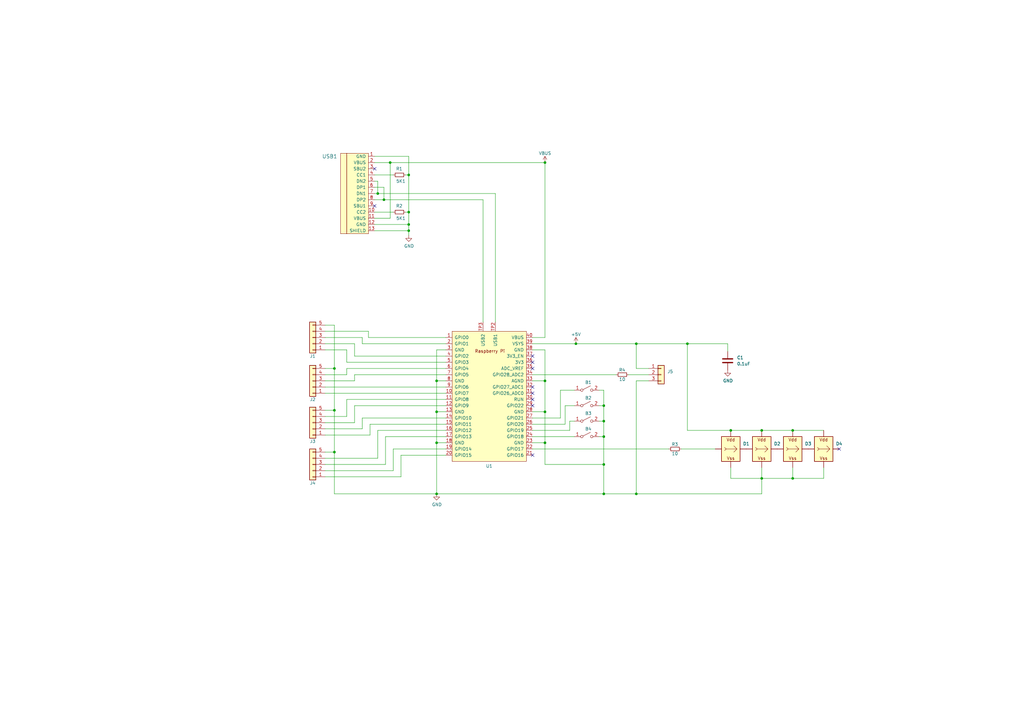
<source format=kicad_sch>
(kicad_sch
	(version 20231120)
	(generator "eeschema")
	(generator_version "8.0")
	(uuid "2e3f5573-c264-4a8b-a2f0-0e6473d39aad")
	(paper "A3")
	(lib_symbols
		(symbol "Connector_Generic:Conn_01x03"
			(pin_names
				(offset 1.016) hide)
			(exclude_from_sim no)
			(in_bom yes)
			(on_board yes)
			(property "Reference" "J"
				(at 0 5.08 0)
				(effects
					(font
						(size 1.27 1.27)
					)
				)
			)
			(property "Value" "Conn_01x03"
				(at 0 -5.08 0)
				(effects
					(font
						(size 1.27 1.27)
					)
				)
			)
			(property "Footprint" ""
				(at 0 0 0)
				(effects
					(font
						(size 1.27 1.27)
					)
					(hide yes)
				)
			)
			(property "Datasheet" "~"
				(at 0 0 0)
				(effects
					(font
						(size 1.27 1.27)
					)
					(hide yes)
				)
			)
			(property "Description" "Generic connector, single row, 01x03, script generated (kicad-library-utils/schlib/autogen/connector/)"
				(at 0 0 0)
				(effects
					(font
						(size 1.27 1.27)
					)
					(hide yes)
				)
			)
			(property "ki_keywords" "connector"
				(at 0 0 0)
				(effects
					(font
						(size 1.27 1.27)
					)
					(hide yes)
				)
			)
			(property "ki_fp_filters" "Connector*:*_1x??_*"
				(at 0 0 0)
				(effects
					(font
						(size 1.27 1.27)
					)
					(hide yes)
				)
			)
			(symbol "Conn_01x03_1_1"
				(rectangle
					(start -1.27 -2.413)
					(end 0 -2.667)
					(stroke
						(width 0.1524)
						(type default)
					)
					(fill
						(type none)
					)
				)
				(rectangle
					(start -1.27 0.127)
					(end 0 -0.127)
					(stroke
						(width 0.1524)
						(type default)
					)
					(fill
						(type none)
					)
				)
				(rectangle
					(start -1.27 2.667)
					(end 0 2.413)
					(stroke
						(width 0.1524)
						(type default)
					)
					(fill
						(type none)
					)
				)
				(rectangle
					(start -1.27 3.81)
					(end 1.27 -3.81)
					(stroke
						(width 0.254)
						(type default)
					)
					(fill
						(type background)
					)
				)
				(pin passive line
					(at -5.08 2.54 0)
					(length 3.81)
					(name "Pin_1"
						(effects
							(font
								(size 1.27 1.27)
							)
						)
					)
					(number "1"
						(effects
							(font
								(size 1.27 1.27)
							)
						)
					)
				)
				(pin passive line
					(at -5.08 0 0)
					(length 3.81)
					(name "Pin_2"
						(effects
							(font
								(size 1.27 1.27)
							)
						)
					)
					(number "2"
						(effects
							(font
								(size 1.27 1.27)
							)
						)
					)
				)
				(pin passive line
					(at -5.08 -2.54 0)
					(length 3.81)
					(name "Pin_3"
						(effects
							(font
								(size 1.27 1.27)
							)
						)
					)
					(number "3"
						(effects
							(font
								(size 1.27 1.27)
							)
						)
					)
				)
			)
		)
		(symbol "Connector_Generic:Conn_01x05"
			(pin_names
				(offset 1.016) hide)
			(exclude_from_sim no)
			(in_bom yes)
			(on_board yes)
			(property "Reference" "J"
				(at 0 7.62 0)
				(effects
					(font
						(size 1.27 1.27)
					)
				)
			)
			(property "Value" "Conn_01x05"
				(at 0 -7.62 0)
				(effects
					(font
						(size 1.27 1.27)
					)
				)
			)
			(property "Footprint" ""
				(at 0 0 0)
				(effects
					(font
						(size 1.27 1.27)
					)
					(hide yes)
				)
			)
			(property "Datasheet" "~"
				(at 0 0 0)
				(effects
					(font
						(size 1.27 1.27)
					)
					(hide yes)
				)
			)
			(property "Description" "Generic connector, single row, 01x05, script generated (kicad-library-utils/schlib/autogen/connector/)"
				(at 0 0 0)
				(effects
					(font
						(size 1.27 1.27)
					)
					(hide yes)
				)
			)
			(property "ki_keywords" "connector"
				(at 0 0 0)
				(effects
					(font
						(size 1.27 1.27)
					)
					(hide yes)
				)
			)
			(property "ki_fp_filters" "Connector*:*_1x??_*"
				(at 0 0 0)
				(effects
					(font
						(size 1.27 1.27)
					)
					(hide yes)
				)
			)
			(symbol "Conn_01x05_1_1"
				(rectangle
					(start -1.27 -4.953)
					(end 0 -5.207)
					(stroke
						(width 0.1524)
						(type default)
					)
					(fill
						(type none)
					)
				)
				(rectangle
					(start -1.27 -2.413)
					(end 0 -2.667)
					(stroke
						(width 0.1524)
						(type default)
					)
					(fill
						(type none)
					)
				)
				(rectangle
					(start -1.27 0.127)
					(end 0 -0.127)
					(stroke
						(width 0.1524)
						(type default)
					)
					(fill
						(type none)
					)
				)
				(rectangle
					(start -1.27 2.667)
					(end 0 2.413)
					(stroke
						(width 0.1524)
						(type default)
					)
					(fill
						(type none)
					)
				)
				(rectangle
					(start -1.27 5.207)
					(end 0 4.953)
					(stroke
						(width 0.1524)
						(type default)
					)
					(fill
						(type none)
					)
				)
				(rectangle
					(start -1.27 6.35)
					(end 1.27 -6.35)
					(stroke
						(width 0.254)
						(type default)
					)
					(fill
						(type background)
					)
				)
				(pin passive line
					(at -5.08 5.08 0)
					(length 3.81)
					(name "Pin_1"
						(effects
							(font
								(size 1.27 1.27)
							)
						)
					)
					(number "1"
						(effects
							(font
								(size 1.27 1.27)
							)
						)
					)
				)
				(pin passive line
					(at -5.08 2.54 0)
					(length 3.81)
					(name "Pin_2"
						(effects
							(font
								(size 1.27 1.27)
							)
						)
					)
					(number "2"
						(effects
							(font
								(size 1.27 1.27)
							)
						)
					)
				)
				(pin passive line
					(at -5.08 0 0)
					(length 3.81)
					(name "Pin_3"
						(effects
							(font
								(size 1.27 1.27)
							)
						)
					)
					(number "3"
						(effects
							(font
								(size 1.27 1.27)
							)
						)
					)
				)
				(pin passive line
					(at -5.08 -2.54 0)
					(length 3.81)
					(name "Pin_4"
						(effects
							(font
								(size 1.27 1.27)
							)
						)
					)
					(number "4"
						(effects
							(font
								(size 1.27 1.27)
							)
						)
					)
				)
				(pin passive line
					(at -5.08 -5.08 0)
					(length 3.81)
					(name "Pin_5"
						(effects
							(font
								(size 1.27 1.27)
							)
						)
					)
					(number "5"
						(effects
							(font
								(size 1.27 1.27)
							)
						)
					)
				)
			)
		)
		(symbol "Device:C"
			(pin_numbers hide)
			(pin_names
				(offset 0.254)
			)
			(exclude_from_sim no)
			(in_bom yes)
			(on_board yes)
			(property "Reference" "C"
				(at 0.635 2.54 0)
				(effects
					(font
						(size 1.27 1.27)
					)
					(justify left)
				)
			)
			(property "Value" "C"
				(at 0.635 -2.54 0)
				(effects
					(font
						(size 1.27 1.27)
					)
					(justify left)
				)
			)
			(property "Footprint" ""
				(at 0.9652 -3.81 0)
				(effects
					(font
						(size 1.27 1.27)
					)
					(hide yes)
				)
			)
			(property "Datasheet" "~"
				(at 0 0 0)
				(effects
					(font
						(size 1.27 1.27)
					)
					(hide yes)
				)
			)
			(property "Description" "Unpolarized capacitor"
				(at 0 0 0)
				(effects
					(font
						(size 1.27 1.27)
					)
					(hide yes)
				)
			)
			(property "ki_keywords" "cap capacitor"
				(at 0 0 0)
				(effects
					(font
						(size 1.27 1.27)
					)
					(hide yes)
				)
			)
			(property "ki_fp_filters" "C_*"
				(at 0 0 0)
				(effects
					(font
						(size 1.27 1.27)
					)
					(hide yes)
				)
			)
			(symbol "C_0_1"
				(polyline
					(pts
						(xy -2.032 -0.762) (xy 2.032 -0.762)
					)
					(stroke
						(width 0.508)
						(type default)
					)
					(fill
						(type none)
					)
				)
				(polyline
					(pts
						(xy -2.032 0.762) (xy 2.032 0.762)
					)
					(stroke
						(width 0.508)
						(type default)
					)
					(fill
						(type none)
					)
				)
			)
			(symbol "C_1_1"
				(pin passive line
					(at 0 3.81 270)
					(length 2.794)
					(name "~"
						(effects
							(font
								(size 1.27 1.27)
							)
						)
					)
					(number "1"
						(effects
							(font
								(size 1.27 1.27)
							)
						)
					)
				)
				(pin passive line
					(at 0 -3.81 90)
					(length 2.794)
					(name "~"
						(effects
							(font
								(size 1.27 1.27)
							)
						)
					)
					(number "2"
						(effects
							(font
								(size 1.27 1.27)
							)
						)
					)
				)
			)
		)
		(symbol "Device:R_Small"
			(pin_numbers hide)
			(pin_names
				(offset 0.254) hide)
			(exclude_from_sim no)
			(in_bom yes)
			(on_board yes)
			(property "Reference" "R"
				(at 0.762 0.508 0)
				(effects
					(font
						(size 1.27 1.27)
					)
					(justify left)
				)
			)
			(property "Value" "R_Small"
				(at 0.762 -1.016 0)
				(effects
					(font
						(size 1.27 1.27)
					)
					(justify left)
				)
			)
			(property "Footprint" ""
				(at 0 0 0)
				(effects
					(font
						(size 1.27 1.27)
					)
					(hide yes)
				)
			)
			(property "Datasheet" "~"
				(at 0 0 0)
				(effects
					(font
						(size 1.27 1.27)
					)
					(hide yes)
				)
			)
			(property "Description" "Resistor, small symbol"
				(at 0 0 0)
				(effects
					(font
						(size 1.27 1.27)
					)
					(hide yes)
				)
			)
			(property "ki_keywords" "R resistor"
				(at 0 0 0)
				(effects
					(font
						(size 1.27 1.27)
					)
					(hide yes)
				)
			)
			(property "ki_fp_filters" "R_*"
				(at 0 0 0)
				(effects
					(font
						(size 1.27 1.27)
					)
					(hide yes)
				)
			)
			(symbol "R_Small_0_1"
				(rectangle
					(start -0.762 1.778)
					(end 0.762 -1.778)
					(stroke
						(width 0.2032)
						(type default)
					)
					(fill
						(type none)
					)
				)
			)
			(symbol "R_Small_1_1"
				(pin passive line
					(at 0 2.54 270)
					(length 0.762)
					(name "~"
						(effects
							(font
								(size 1.27 1.27)
							)
						)
					)
					(number "1"
						(effects
							(font
								(size 1.27 1.27)
							)
						)
					)
				)
				(pin passive line
					(at 0 -2.54 90)
					(length 0.762)
					(name "~"
						(effects
							(font
								(size 1.27 1.27)
							)
						)
					)
					(number "2"
						(effects
							(font
								(size 1.27 1.27)
							)
						)
					)
				)
			)
		)
		(symbol "Switch:SW_SPST"
			(pin_names
				(offset 0) hide)
			(exclude_from_sim no)
			(in_bom yes)
			(on_board yes)
			(property "Reference" "SW"
				(at 0 3.175 0)
				(effects
					(font
						(size 1.27 1.27)
					)
				)
			)
			(property "Value" "SW_SPST"
				(at 0 -2.54 0)
				(effects
					(font
						(size 1.27 1.27)
					)
				)
			)
			(property "Footprint" ""
				(at 0 0 0)
				(effects
					(font
						(size 1.27 1.27)
					)
					(hide yes)
				)
			)
			(property "Datasheet" "~"
				(at 0 0 0)
				(effects
					(font
						(size 1.27 1.27)
					)
					(hide yes)
				)
			)
			(property "Description" "Single Pole Single Throw (SPST) switch"
				(at 0 0 0)
				(effects
					(font
						(size 1.27 1.27)
					)
					(hide yes)
				)
			)
			(property "ki_keywords" "switch lever"
				(at 0 0 0)
				(effects
					(font
						(size 1.27 1.27)
					)
					(hide yes)
				)
			)
			(symbol "SW_SPST_0_0"
				(circle
					(center -2.032 0)
					(radius 0.508)
					(stroke
						(width 0)
						(type default)
					)
					(fill
						(type none)
					)
				)
				(polyline
					(pts
						(xy -1.524 0.254) (xy 1.524 1.778)
					)
					(stroke
						(width 0)
						(type default)
					)
					(fill
						(type none)
					)
				)
				(circle
					(center 2.032 0)
					(radius 0.508)
					(stroke
						(width 0)
						(type default)
					)
					(fill
						(type none)
					)
				)
			)
			(symbol "SW_SPST_1_1"
				(pin passive line
					(at -5.08 0 0)
					(length 2.54)
					(name "A"
						(effects
							(font
								(size 1.27 1.27)
							)
						)
					)
					(number "1"
						(effects
							(font
								(size 1.27 1.27)
							)
						)
					)
				)
				(pin passive line
					(at 5.08 0 180)
					(length 2.54)
					(name "B"
						(effects
							(font
								(size 1.27 1.27)
							)
						)
					)
					(number "2"
						(effects
							(font
								(size 1.27 1.27)
							)
						)
					)
				)
			)
		)
		(symbol "Type-C:HRO-TYPE-C-31-M-12"
			(pin_names
				(offset 1.016)
			)
			(exclude_from_sim no)
			(in_bom yes)
			(on_board yes)
			(property "Reference" "USB"
				(at -5.08 16.51 0)
				(effects
					(font
						(size 1.524 1.524)
					)
				)
			)
			(property "Value" "HRO-TYPE-C-31-M-12"
				(at -10.16 -1.27 90)
				(effects
					(font
						(size 1.524 1.524)
					)
				)
			)
			(property "Footprint" ""
				(at 0 0 0)
				(effects
					(font
						(size 1.524 1.524)
					)
					(hide yes)
				)
			)
			(property "Datasheet" ""
				(at 0 0 0)
				(effects
					(font
						(size 1.524 1.524)
					)
					(hide yes)
				)
			)
			(property "Description" ""
				(at 0 0 0)
				(effects
					(font
						(size 1.27 1.27)
					)
					(hide yes)
				)
			)
			(symbol "HRO-TYPE-C-31-M-12_0_1"
				(rectangle
					(start -11.43 15.24)
					(end -8.89 -17.78)
					(stroke
						(width 0)
						(type default)
					)
					(fill
						(type background)
					)
				)
				(rectangle
					(start 0 -17.78)
					(end -8.89 15.24)
					(stroke
						(width 0)
						(type default)
					)
					(fill
						(type background)
					)
				)
			)
			(symbol "HRO-TYPE-C-31-M-12_1_1"
				(pin input line
					(at 2.54 13.97 180)
					(length 2.54)
					(name "GND"
						(effects
							(font
								(size 1.27 1.27)
							)
						)
					)
					(number "1"
						(effects
							(font
								(size 1.27 1.27)
							)
						)
					)
				)
				(pin input line
					(at 2.54 -8.89 180)
					(length 2.54)
					(name "CC2"
						(effects
							(font
								(size 1.27 1.27)
							)
						)
					)
					(number "10"
						(effects
							(font
								(size 1.27 1.27)
							)
						)
					)
				)
				(pin input line
					(at 2.54 -11.43 180)
					(length 2.54)
					(name "VBUS"
						(effects
							(font
								(size 1.27 1.27)
							)
						)
					)
					(number "11"
						(effects
							(font
								(size 1.27 1.27)
							)
						)
					)
				)
				(pin input line
					(at 2.54 -13.97 180)
					(length 2.54)
					(name "GND"
						(effects
							(font
								(size 1.27 1.27)
							)
						)
					)
					(number "12"
						(effects
							(font
								(size 1.27 1.27)
							)
						)
					)
				)
				(pin input line
					(at 2.54 -16.51 180)
					(length 2.54)
					(name "SHIELD"
						(effects
							(font
								(size 1.27 1.27)
							)
						)
					)
					(number "13"
						(effects
							(font
								(size 1.27 1.27)
							)
						)
					)
				)
				(pin input line
					(at 2.54 11.43 180)
					(length 2.54)
					(name "VBUS"
						(effects
							(font
								(size 1.27 1.27)
							)
						)
					)
					(number "2"
						(effects
							(font
								(size 1.27 1.27)
							)
						)
					)
				)
				(pin input line
					(at 2.54 8.89 180)
					(length 2.54)
					(name "SBU2"
						(effects
							(font
								(size 1.27 1.27)
							)
						)
					)
					(number "3"
						(effects
							(font
								(size 1.27 1.27)
							)
						)
					)
				)
				(pin input line
					(at 2.54 6.35 180)
					(length 2.54)
					(name "CC1"
						(effects
							(font
								(size 1.27 1.27)
							)
						)
					)
					(number "4"
						(effects
							(font
								(size 1.27 1.27)
							)
						)
					)
				)
				(pin input line
					(at 2.54 3.81 180)
					(length 2.54)
					(name "DN2"
						(effects
							(font
								(size 1.27 1.27)
							)
						)
					)
					(number "5"
						(effects
							(font
								(size 1.27 1.27)
							)
						)
					)
				)
				(pin input line
					(at 2.54 1.27 180)
					(length 2.54)
					(name "DP1"
						(effects
							(font
								(size 1.27 1.27)
							)
						)
					)
					(number "6"
						(effects
							(font
								(size 1.27 1.27)
							)
						)
					)
				)
				(pin input line
					(at 2.54 -1.27 180)
					(length 2.54)
					(name "DN1"
						(effects
							(font
								(size 1.27 1.27)
							)
						)
					)
					(number "7"
						(effects
							(font
								(size 1.27 1.27)
							)
						)
					)
				)
				(pin input line
					(at 2.54 -3.81 180)
					(length 2.54)
					(name "DP2"
						(effects
							(font
								(size 1.27 1.27)
							)
						)
					)
					(number "8"
						(effects
							(font
								(size 1.27 1.27)
							)
						)
					)
				)
				(pin input line
					(at 2.54 -6.35 180)
					(length 2.54)
					(name "SBU1"
						(effects
							(font
								(size 1.27 1.27)
							)
						)
					)
					(number "9"
						(effects
							(font
								(size 1.27 1.27)
							)
						)
					)
				)
			)
		)
		(symbol "juto_pico:PiPico_No_SWD"
			(pin_names
				(offset 1.016)
			)
			(exclude_from_sim no)
			(in_bom yes)
			(on_board yes)
			(property "Reference" "U"
				(at -13.97 27.94 0)
				(effects
					(font
						(size 1.27 1.27)
					)
				)
			)
			(property "Value" "PiPico_No_SWD"
				(at 0.254 16.002 0)
				(effects
					(font
						(size 1.27 1.27)
					)
				)
			)
			(property "Footprint" "groove_pico:RPi_Pico_SMD_Pins"
				(at 0 0 90)
				(effects
					(font
						(size 1.27 1.27)
					)
					(hide yes)
				)
			)
			(property "Datasheet" ""
				(at 0 0 0)
				(effects
					(font
						(size 1.27 1.27)
					)
					(hide yes)
				)
			)
			(property "Description" ""
				(at 0 0 0)
				(effects
					(font
						(size 1.27 1.27)
					)
					(hide yes)
				)
			)
			(symbol "PiPico_No_SWD_0_0"
				(text "Raspberry Pi"
					(at 0.254 18.542 0)
					(effects
						(font
							(size 1.27 1.27)
						)
					)
				)
			)
			(symbol "PiPico_No_SWD_0_1"
				(rectangle
					(start -15.24 26.67)
					(end 15.24 -26.67)
					(stroke
						(width 0)
						(type solid)
					)
					(fill
						(type background)
					)
				)
			)
			(symbol "PiPico_No_SWD_1_1"
				(pin bidirectional line
					(at -17.78 24.13 0)
					(length 2.54)
					(name "GPIO0"
						(effects
							(font
								(size 1.27 1.27)
							)
						)
					)
					(number "1"
						(effects
							(font
								(size 1.27 1.27)
							)
						)
					)
				)
				(pin bidirectional line
					(at -17.78 1.27 0)
					(length 2.54)
					(name "GPIO7"
						(effects
							(font
								(size 1.27 1.27)
							)
						)
					)
					(number "10"
						(effects
							(font
								(size 1.27 1.27)
							)
						)
					)
				)
				(pin bidirectional line
					(at -17.78 -1.27 0)
					(length 2.54)
					(name "GPIO8"
						(effects
							(font
								(size 1.27 1.27)
							)
						)
					)
					(number "11"
						(effects
							(font
								(size 1.27 1.27)
							)
						)
					)
				)
				(pin bidirectional line
					(at -17.78 -3.81 0)
					(length 2.54)
					(name "GPIO9"
						(effects
							(font
								(size 1.27 1.27)
							)
						)
					)
					(number "12"
						(effects
							(font
								(size 1.27 1.27)
							)
						)
					)
				)
				(pin power_in line
					(at -17.78 -6.35 0)
					(length 2.54)
					(name "GND"
						(effects
							(font
								(size 1.27 1.27)
							)
						)
					)
					(number "13"
						(effects
							(font
								(size 1.27 1.27)
							)
						)
					)
				)
				(pin bidirectional line
					(at -17.78 -8.89 0)
					(length 2.54)
					(name "GPIO10"
						(effects
							(font
								(size 1.27 1.27)
							)
						)
					)
					(number "14"
						(effects
							(font
								(size 1.27 1.27)
							)
						)
					)
				)
				(pin bidirectional line
					(at -17.78 -11.43 0)
					(length 2.54)
					(name "GPIO11"
						(effects
							(font
								(size 1.27 1.27)
							)
						)
					)
					(number "15"
						(effects
							(font
								(size 1.27 1.27)
							)
						)
					)
				)
				(pin bidirectional line
					(at -17.78 -13.97 0)
					(length 2.54)
					(name "GPIO12"
						(effects
							(font
								(size 1.27 1.27)
							)
						)
					)
					(number "16"
						(effects
							(font
								(size 1.27 1.27)
							)
						)
					)
				)
				(pin bidirectional line
					(at -17.78 -16.51 0)
					(length 2.54)
					(name "GPIO13"
						(effects
							(font
								(size 1.27 1.27)
							)
						)
					)
					(number "17"
						(effects
							(font
								(size 1.27 1.27)
							)
						)
					)
				)
				(pin power_in line
					(at -17.78 -19.05 0)
					(length 2.54)
					(name "GND"
						(effects
							(font
								(size 1.27 1.27)
							)
						)
					)
					(number "18"
						(effects
							(font
								(size 1.27 1.27)
							)
						)
					)
				)
				(pin bidirectional line
					(at -17.78 -21.59 0)
					(length 2.54)
					(name "GPIO14"
						(effects
							(font
								(size 1.27 1.27)
							)
						)
					)
					(number "19"
						(effects
							(font
								(size 1.27 1.27)
							)
						)
					)
				)
				(pin bidirectional line
					(at -17.78 21.59 0)
					(length 2.54)
					(name "GPIO1"
						(effects
							(font
								(size 1.27 1.27)
							)
						)
					)
					(number "2"
						(effects
							(font
								(size 1.27 1.27)
							)
						)
					)
				)
				(pin bidirectional line
					(at -17.78 -24.13 0)
					(length 2.54)
					(name "GPIO15"
						(effects
							(font
								(size 1.27 1.27)
							)
						)
					)
					(number "20"
						(effects
							(font
								(size 1.27 1.27)
							)
						)
					)
				)
				(pin bidirectional line
					(at 17.78 -24.13 180)
					(length 2.54)
					(name "GPIO16"
						(effects
							(font
								(size 1.27 1.27)
							)
						)
					)
					(number "21"
						(effects
							(font
								(size 1.27 1.27)
							)
						)
					)
				)
				(pin bidirectional line
					(at 17.78 -21.59 180)
					(length 2.54)
					(name "GPIO17"
						(effects
							(font
								(size 1.27 1.27)
							)
						)
					)
					(number "22"
						(effects
							(font
								(size 1.27 1.27)
							)
						)
					)
				)
				(pin power_in line
					(at 17.78 -19.05 180)
					(length 2.54)
					(name "GND"
						(effects
							(font
								(size 1.27 1.27)
							)
						)
					)
					(number "23"
						(effects
							(font
								(size 1.27 1.27)
							)
						)
					)
				)
				(pin bidirectional line
					(at 17.78 -16.51 180)
					(length 2.54)
					(name "GPIO18"
						(effects
							(font
								(size 1.27 1.27)
							)
						)
					)
					(number "24"
						(effects
							(font
								(size 1.27 1.27)
							)
						)
					)
				)
				(pin bidirectional line
					(at 17.78 -13.97 180)
					(length 2.54)
					(name "GPIO19"
						(effects
							(font
								(size 1.27 1.27)
							)
						)
					)
					(number "25"
						(effects
							(font
								(size 1.27 1.27)
							)
						)
					)
				)
				(pin bidirectional line
					(at 17.78 -11.43 180)
					(length 2.54)
					(name "GPIO20"
						(effects
							(font
								(size 1.27 1.27)
							)
						)
					)
					(number "26"
						(effects
							(font
								(size 1.27 1.27)
							)
						)
					)
				)
				(pin bidirectional line
					(at 17.78 -8.89 180)
					(length 2.54)
					(name "GPIO21"
						(effects
							(font
								(size 1.27 1.27)
							)
						)
					)
					(number "27"
						(effects
							(font
								(size 1.27 1.27)
							)
						)
					)
				)
				(pin power_in line
					(at 17.78 -6.35 180)
					(length 2.54)
					(name "GND"
						(effects
							(font
								(size 1.27 1.27)
							)
						)
					)
					(number "28"
						(effects
							(font
								(size 1.27 1.27)
							)
						)
					)
				)
				(pin bidirectional line
					(at 17.78 -3.81 180)
					(length 2.54)
					(name "GPIO22"
						(effects
							(font
								(size 1.27 1.27)
							)
						)
					)
					(number "29"
						(effects
							(font
								(size 1.27 1.27)
							)
						)
					)
				)
				(pin power_in line
					(at -17.78 19.05 0)
					(length 2.54)
					(name "GND"
						(effects
							(font
								(size 1.27 1.27)
							)
						)
					)
					(number "3"
						(effects
							(font
								(size 1.27 1.27)
							)
						)
					)
				)
				(pin input line
					(at 17.78 -1.27 180)
					(length 2.54)
					(name "RUN"
						(effects
							(font
								(size 1.27 1.27)
							)
						)
					)
					(number "30"
						(effects
							(font
								(size 1.27 1.27)
							)
						)
					)
				)
				(pin bidirectional line
					(at 17.78 1.27 180)
					(length 2.54)
					(name "GPIO26_ADC0"
						(effects
							(font
								(size 1.27 1.27)
							)
						)
					)
					(number "31"
						(effects
							(font
								(size 1.27 1.27)
							)
						)
					)
				)
				(pin bidirectional line
					(at 17.78 3.81 180)
					(length 2.54)
					(name "GPIO27_ADC1"
						(effects
							(font
								(size 1.27 1.27)
							)
						)
					)
					(number "32"
						(effects
							(font
								(size 1.27 1.27)
							)
						)
					)
				)
				(pin power_in line
					(at 17.78 6.35 180)
					(length 2.54)
					(name "AGND"
						(effects
							(font
								(size 1.27 1.27)
							)
						)
					)
					(number "33"
						(effects
							(font
								(size 1.27 1.27)
							)
						)
					)
				)
				(pin bidirectional line
					(at 17.78 8.89 180)
					(length 2.54)
					(name "GPIO28_ADC2"
						(effects
							(font
								(size 1.27 1.27)
							)
						)
					)
					(number "34"
						(effects
							(font
								(size 1.27 1.27)
							)
						)
					)
				)
				(pin unspecified line
					(at 17.78 11.43 180)
					(length 2.54)
					(name "ADC_VREF"
						(effects
							(font
								(size 1.27 1.27)
							)
						)
					)
					(number "35"
						(effects
							(font
								(size 1.27 1.27)
							)
						)
					)
				)
				(pin unspecified line
					(at 17.78 13.97 180)
					(length 2.54)
					(name "3V3"
						(effects
							(font
								(size 1.27 1.27)
							)
						)
					)
					(number "36"
						(effects
							(font
								(size 1.27 1.27)
							)
						)
					)
				)
				(pin input line
					(at 17.78 16.51 180)
					(length 2.54)
					(name "3V3_EN"
						(effects
							(font
								(size 1.27 1.27)
							)
						)
					)
					(number "37"
						(effects
							(font
								(size 1.27 1.27)
							)
						)
					)
				)
				(pin bidirectional line
					(at 17.78 19.05 180)
					(length 2.54)
					(name "GND"
						(effects
							(font
								(size 1.27 1.27)
							)
						)
					)
					(number "38"
						(effects
							(font
								(size 1.27 1.27)
							)
						)
					)
				)
				(pin unspecified line
					(at 17.78 21.59 180)
					(length 2.54)
					(name "VSYS"
						(effects
							(font
								(size 1.27 1.27)
							)
						)
					)
					(number "39"
						(effects
							(font
								(size 1.27 1.27)
							)
						)
					)
				)
				(pin bidirectional line
					(at -17.78 16.51 0)
					(length 2.54)
					(name "GPIO2"
						(effects
							(font
								(size 1.27 1.27)
							)
						)
					)
					(number "4"
						(effects
							(font
								(size 1.27 1.27)
							)
						)
					)
				)
				(pin unspecified line
					(at 17.78 24.13 180)
					(length 2.54)
					(name "VBUS"
						(effects
							(font
								(size 1.27 1.27)
							)
						)
					)
					(number "40"
						(effects
							(font
								(size 1.27 1.27)
							)
						)
					)
				)
				(pin bidirectional line
					(at -17.78 13.97 0)
					(length 2.54)
					(name "GPIO3"
						(effects
							(font
								(size 1.27 1.27)
							)
						)
					)
					(number "5"
						(effects
							(font
								(size 1.27 1.27)
							)
						)
					)
				)
				(pin bidirectional line
					(at -17.78 11.43 0)
					(length 2.54)
					(name "GPIO4"
						(effects
							(font
								(size 1.27 1.27)
							)
						)
					)
					(number "6"
						(effects
							(font
								(size 1.27 1.27)
							)
						)
					)
				)
				(pin bidirectional line
					(at -17.78 8.89 0)
					(length 2.54)
					(name "GPIO5"
						(effects
							(font
								(size 1.27 1.27)
							)
						)
					)
					(number "7"
						(effects
							(font
								(size 1.27 1.27)
							)
						)
					)
				)
				(pin power_in line
					(at -17.78 6.35 0)
					(length 2.54)
					(name "GND"
						(effects
							(font
								(size 1.27 1.27)
							)
						)
					)
					(number "8"
						(effects
							(font
								(size 1.27 1.27)
							)
						)
					)
				)
				(pin bidirectional line
					(at -17.78 3.81 0)
					(length 2.54)
					(name "GPIO6"
						(effects
							(font
								(size 1.27 1.27)
							)
						)
					)
					(number "9"
						(effects
							(font
								(size 1.27 1.27)
							)
						)
					)
				)
				(pin bidirectional line
					(at 2.54 30.48 270)
					(length 3.81)
					(name "USB1"
						(effects
							(font
								(size 1.27 1.27)
							)
						)
					)
					(number "TP2"
						(effects
							(font
								(size 1.27 1.27)
							)
						)
					)
				)
				(pin bidirectional line
					(at -2.54 30.48 270)
					(length 3.81)
					(name "USB2"
						(effects
							(font
								(size 1.27 1.27)
							)
						)
					)
					(number "TP3"
						(effects
							(font
								(size 1.27 1.27)
							)
						)
					)
				)
			)
		)
		(symbol "musec_pico:WS2812B_Unified"
			(pin_numbers hide)
			(pin_names
				(offset 0.254) hide)
			(exclude_from_sim no)
			(in_bom yes)
			(on_board yes)
			(property "Reference" "D10"
				(at 2.54 6.35 0)
				(effects
					(font
						(size 1.27 1.27)
					)
				)
			)
			(property "Value" "WS2812B_Unified"
				(at 15.24 1.7907 0)
				(effects
					(font
						(size 1.27 1.27)
					)
					(hide yes)
				)
			)
			(property "Footprint" "musec_pico:WS2812B-2835"
				(at 1.27 -7.62 0)
				(effects
					(font
						(size 1.27 1.27)
					)
					(justify left top)
					(hide yes)
				)
			)
			(property "Datasheet" ""
				(at 2.54 -9.525 0)
				(effects
					(font
						(size 1.27 1.27)
					)
					(justify left top)
					(hide yes)
				)
			)
			(property "Description" "RGB LED with integrated controller"
				(at 0 0 0)
				(effects
					(font
						(size 1.27 1.27)
					)
					(hide yes)
				)
			)
			(property "ki_keywords" "RGB LED NeoPixel addressable"
				(at 0 0 0)
				(effects
					(font
						(size 1.27 1.27)
					)
					(hide yes)
				)
			)
			(property "ki_fp_filters" "LED*WS2812"
				(at 0 0 0)
				(effects
					(font
						(size 1.27 1.27)
					)
					(hide yes)
				)
			)
			(symbol "WS2812B_Unified_0_0"
				(polyline
					(pts
						(xy -1.905 0) (xy 2.54 0) (xy 1.27 1.27)
					)
					(stroke
						(width 0)
						(type default)
					)
					(fill
						(type none)
					)
				)
				(text "Vdd"
					(at 0 3.81 0)
					(effects
						(font
							(size 1.27 1.27)
						)
					)
				)
				(text "Vss"
					(at 0 -3.81 0)
					(effects
						(font
							(size 1.27 1.27)
						)
					)
				)
			)
			(symbol "WS2812B_Unified_0_1"
				(rectangle
					(start -3.81 5.08)
					(end 3.81 -5.08)
					(stroke
						(width 0.254)
						(type default)
					)
					(fill
						(type background)
					)
				)
				(polyline
					(pts
						(xy 1.27 -1.27) (xy 2.54 0)
					)
					(stroke
						(width 0)
						(type default)
					)
					(fill
						(type none)
					)
				)
				(polyline
					(pts
						(xy -2.54 0.635) (xy -1.905 0) (xy -2.54 -0.635)
					)
					(stroke
						(width 0)
						(type default)
					)
					(fill
						(type none)
					)
				)
			)
			(symbol "WS2812B_Unified_1_1"
				(pin power_in line
					(at 0 -7.62 90)
					(length 2.54)
					(name "VSS"
						(effects
							(font
								(size 1.27 1.27)
							)
						)
					)
					(number "G"
						(effects
							(font
								(size 1.27 1.27)
							)
						)
					)
				)
				(pin input line
					(at -6.35 0 0)
					(length 2.54)
					(name "In"
						(effects
							(font
								(size 1.27 1.27)
							)
						)
					)
					(number "I"
						(effects
							(font
								(size 1.27 1.27)
							)
						)
					)
				)
				(pin output line
					(at 6.35 0 180)
					(length 2.54)
					(name "Out"
						(effects
							(font
								(size 1.27 1.27)
							)
						)
					)
					(number "O"
						(effects
							(font
								(size 1.27 1.27)
							)
						)
					)
				)
				(pin power_in line
					(at 0 7.62 270)
					(length 2.54)
					(name "VDD"
						(effects
							(font
								(size 1.27 1.27)
							)
						)
					)
					(number "V"
						(effects
							(font
								(size 1.27 1.27)
							)
						)
					)
				)
			)
		)
		(symbol "power:+5V"
			(power)
			(pin_names
				(offset 0)
			)
			(exclude_from_sim no)
			(in_bom yes)
			(on_board yes)
			(property "Reference" "#PWR"
				(at 0 -3.81 0)
				(effects
					(font
						(size 1.27 1.27)
					)
					(hide yes)
				)
			)
			(property "Value" "+5V"
				(at 0 3.556 0)
				(effects
					(font
						(size 1.27 1.27)
					)
				)
			)
			(property "Footprint" ""
				(at 0 0 0)
				(effects
					(font
						(size 1.27 1.27)
					)
					(hide yes)
				)
			)
			(property "Datasheet" ""
				(at 0 0 0)
				(effects
					(font
						(size 1.27 1.27)
					)
					(hide yes)
				)
			)
			(property "Description" "Power symbol creates a global label with name \"+5V\""
				(at 0 0 0)
				(effects
					(font
						(size 1.27 1.27)
					)
					(hide yes)
				)
			)
			(property "ki_keywords" "power-flag"
				(at 0 0 0)
				(effects
					(font
						(size 1.27 1.27)
					)
					(hide yes)
				)
			)
			(symbol "+5V_0_1"
				(polyline
					(pts
						(xy -0.762 1.27) (xy 0 2.54)
					)
					(stroke
						(width 0)
						(type default)
					)
					(fill
						(type none)
					)
				)
				(polyline
					(pts
						(xy 0 0) (xy 0 2.54)
					)
					(stroke
						(width 0)
						(type default)
					)
					(fill
						(type none)
					)
				)
				(polyline
					(pts
						(xy 0 2.54) (xy 0.762 1.27)
					)
					(stroke
						(width 0)
						(type default)
					)
					(fill
						(type none)
					)
				)
			)
			(symbol "+5V_1_1"
				(pin power_in line
					(at 0 0 90)
					(length 0) hide
					(name "+5V"
						(effects
							(font
								(size 1.27 1.27)
							)
						)
					)
					(number "1"
						(effects
							(font
								(size 1.27 1.27)
							)
						)
					)
				)
			)
		)
		(symbol "power:GND"
			(power)
			(pin_names
				(offset 0)
			)
			(exclude_from_sim no)
			(in_bom yes)
			(on_board yes)
			(property "Reference" "#PWR"
				(at 0 -6.35 0)
				(effects
					(font
						(size 1.27 1.27)
					)
					(hide yes)
				)
			)
			(property "Value" "GND"
				(at 0 -3.81 0)
				(effects
					(font
						(size 1.27 1.27)
					)
				)
			)
			(property "Footprint" ""
				(at 0 0 0)
				(effects
					(font
						(size 1.27 1.27)
					)
					(hide yes)
				)
			)
			(property "Datasheet" ""
				(at 0 0 0)
				(effects
					(font
						(size 1.27 1.27)
					)
					(hide yes)
				)
			)
			(property "Description" "Power symbol creates a global label with name \"GND\" , ground"
				(at 0 0 0)
				(effects
					(font
						(size 1.27 1.27)
					)
					(hide yes)
				)
			)
			(property "ki_keywords" "power-flag"
				(at 0 0 0)
				(effects
					(font
						(size 1.27 1.27)
					)
					(hide yes)
				)
			)
			(symbol "GND_0_1"
				(polyline
					(pts
						(xy 0 0) (xy 0 -1.27) (xy 1.27 -1.27) (xy 0 -2.54) (xy -1.27 -1.27) (xy 0 -1.27)
					)
					(stroke
						(width 0)
						(type default)
					)
					(fill
						(type none)
					)
				)
			)
			(symbol "GND_1_1"
				(pin power_in line
					(at 0 0 270)
					(length 0) hide
					(name "GND"
						(effects
							(font
								(size 1.27 1.27)
							)
						)
					)
					(number "1"
						(effects
							(font
								(size 1.27 1.27)
							)
						)
					)
				)
			)
		)
	)
	(junction
		(at 137.16 168.275)
		(diameter 0)
		(color 0 0 0 0)
		(uuid "0433120b-cc82-417c-915a-3a9512fcac88")
	)
	(junction
		(at 236.22 140.97)
		(diameter 0)
		(color 0 0 0 0)
		(uuid "050ee66f-1205-4e62-a73e-66d2703a6396")
	)
	(junction
		(at 157.48 81.915)
		(diameter 0)
		(color 0 0 0 0)
		(uuid "0de7844b-b2a8-433f-9d7c-4352bce4fd90")
	)
	(junction
		(at 247.65 179.07)
		(diameter 0)
		(color 0 0 0 0)
		(uuid "1d5c7b59-b69c-4987-917f-d4bcacebb6e5")
	)
	(junction
		(at 167.64 94.615)
		(diameter 0)
		(color 0 0 0 0)
		(uuid "204ed602-753e-4f76-906f-96212fefff7c")
	)
	(junction
		(at 179.07 202.565)
		(diameter 0)
		(color 0 0 0 0)
		(uuid "2a89084b-f5ac-4ec3-ae8d-393b0c4d2770")
	)
	(junction
		(at 260.985 140.97)
		(diameter 0)
		(color 0 0 0 0)
		(uuid "340811d7-858e-4d4b-a312-948e0d3cc5fa")
	)
	(junction
		(at 299.72 176.53)
		(diameter 0)
		(color 0 0 0 0)
		(uuid "35b8c945-e9c3-4e8c-a33a-db5d1cee994e")
	)
	(junction
		(at 260.985 202.565)
		(diameter 0)
		(color 0 0 0 0)
		(uuid "40c7e7d5-2154-40ab-a14b-87caf150aae9")
	)
	(junction
		(at 137.16 185.42)
		(diameter 0)
		(color 0 0 0 0)
		(uuid "48ca280d-23b2-4d2a-adcf-26f864effe1f")
	)
	(junction
		(at 179.07 181.61)
		(diameter 0)
		(color 0 0 0 0)
		(uuid "5da908a0-a166-430f-b8d6-3b2ec8444c35")
	)
	(junction
		(at 160.02 66.675)
		(diameter 0)
		(color 0 0 0 0)
		(uuid "635de3db-1c45-4de8-ab43-61dca99930bf")
	)
	(junction
		(at 247.65 172.72)
		(diameter 0)
		(color 0 0 0 0)
		(uuid "6b918473-357f-4d02-a3c9-0192b58aded6")
	)
	(junction
		(at 325.12 196.215)
		(diameter 0)
		(color 0 0 0 0)
		(uuid "6ccaf4e0-a9df-49ab-b957-ab01e8829bc8")
	)
	(junction
		(at 167.64 92.075)
		(diameter 0)
		(color 0 0 0 0)
		(uuid "7105036b-408b-44b3-9168-36ebb2978052")
	)
	(junction
		(at 247.65 190.5)
		(diameter 0)
		(color 0 0 0 0)
		(uuid "76a37b59-7f94-4d0c-93b8-06b2018851cd")
	)
	(junction
		(at 281.94 140.97)
		(diameter 0)
		(color 0 0 0 0)
		(uuid "9acf1507-941e-4136-8ced-774c65953468")
	)
	(junction
		(at 223.52 66.675)
		(diameter 0)
		(color 0 0 0 0)
		(uuid "a931d46c-a8e2-403a-8a65-59fe0e2dc883")
	)
	(junction
		(at 312.42 196.215)
		(diameter 0)
		(color 0 0 0 0)
		(uuid "afc95ef5-0d3c-4aa3-9ab2-ec1a9680629b")
	)
	(junction
		(at 167.64 86.995)
		(diameter 0)
		(color 0 0 0 0)
		(uuid "b62aa956-9311-4f88-9886-280bb183eeb2")
	)
	(junction
		(at 179.07 168.91)
		(diameter 0)
		(color 0 0 0 0)
		(uuid "b6c9967b-f254-4f60-b18f-1bdf657a45ee")
	)
	(junction
		(at 167.64 71.755)
		(diameter 0)
		(color 0 0 0 0)
		(uuid "ba37d704-4b6a-4ae5-b6f6-03b00a6bc144")
	)
	(junction
		(at 247.65 202.565)
		(diameter 0)
		(color 0 0 0 0)
		(uuid "c1da062a-25a2-4153-935e-491c676e03cf")
	)
	(junction
		(at 325.12 176.53)
		(diameter 0)
		(color 0 0 0 0)
		(uuid "ccbb6a2c-84a3-4bf0-85ea-1cc05bbf1dca")
	)
	(junction
		(at 179.07 156.21)
		(diameter 0)
		(color 0 0 0 0)
		(uuid "d1d1050e-598a-46ab-acbe-d4e45528f065")
	)
	(junction
		(at 312.42 176.53)
		(diameter 0)
		(color 0 0 0 0)
		(uuid "eab5490b-f5ff-48c0-8c8b-65e87d0b200c")
	)
	(junction
		(at 223.52 168.91)
		(diameter 0)
		(color 0 0 0 0)
		(uuid "eb040594-1569-4b81-abeb-13d79c4b83a5")
	)
	(junction
		(at 223.52 156.21)
		(diameter 0)
		(color 0 0 0 0)
		(uuid "eb6cccb9-dd9d-439e-b15a-f5c4ad573581")
	)
	(junction
		(at 154.94 79.375)
		(diameter 0)
		(color 0 0 0 0)
		(uuid "f7b25509-3515-495d-bbeb-3f2c3d815ad2")
	)
	(junction
		(at 223.52 181.61)
		(diameter 0)
		(color 0 0 0 0)
		(uuid "fb54ca38-cbd4-415f-87ee-b5e4215fbba8")
	)
	(junction
		(at 247.65 166.37)
		(diameter 0)
		(color 0 0 0 0)
		(uuid "fb588be3-a669-4a22-86ae-ec5a390bb492")
	)
	(junction
		(at 137.16 151.13)
		(diameter 0)
		(color 0 0 0 0)
		(uuid "fcf62131-5780-4ddd-8cc7-898f293b2b4f")
	)
	(no_connect
		(at 218.44 186.69)
		(uuid "052e1ccd-46f6-41c5-b2a4-e9501b1fbe09")
	)
	(no_connect
		(at 218.44 158.75)
		(uuid "3857a346-495b-40bc-b2d2-7d378f3bcae0")
	)
	(no_connect
		(at 153.67 69.215)
		(uuid "490ed4ff-9da7-4951-bd46-3715875e884d")
	)
	(no_connect
		(at 153.67 84.455)
		(uuid "490ed4ff-9da7-4951-bd46-3715875e884e")
	)
	(no_connect
		(at 218.44 163.83)
		(uuid "490ed4ff-9da7-4951-bd46-3715875e8850")
	)
	(no_connect
		(at 218.44 146.05)
		(uuid "490ed4ff-9da7-4951-bd46-3715875e8856")
	)
	(no_connect
		(at 218.44 151.13)
		(uuid "490ed4ff-9da7-4951-bd46-3715875e8858")
	)
	(no_connect
		(at 344.17 184.15)
		(uuid "5b46c8fb-3321-4815-acff-7a4fae326513")
	)
	(no_connect
		(at 218.44 166.37)
		(uuid "84a94c1e-48cc-4f4a-b6a6-2e0bad82f58c")
	)
	(no_connect
		(at 218.44 148.59)
		(uuid "93dc65f6-6549-4e81-80a2-634abdf85394")
	)
	(no_connect
		(at 218.44 161.29)
		(uuid "a7880f61-9b8b-43c7-863f-ea5edea9763c")
	)
	(wire
		(pts
			(xy 167.64 64.135) (xy 167.64 71.755)
		)
		(stroke
			(width 0)
			(type default)
		)
		(uuid "0414fa0d-735b-44d3-8ca2-127253f122a7")
	)
	(wire
		(pts
			(xy 218.44 184.15) (xy 274.32 184.15)
		)
		(stroke
			(width 0)
			(type default)
		)
		(uuid "043a0d10-8531-4595-bb16-4687b545d8f3")
	)
	(wire
		(pts
			(xy 142.24 163.83) (xy 142.24 170.815)
		)
		(stroke
			(width 0)
			(type default)
		)
		(uuid "04889f37-9503-43e1-8535-6ceb67cc383c")
	)
	(wire
		(pts
			(xy 179.07 143.51) (xy 179.07 156.21)
		)
		(stroke
			(width 0)
			(type default)
		)
		(uuid "061ed33a-c368-4e83-8119-e3222027301e")
	)
	(wire
		(pts
			(xy 247.65 160.02) (xy 247.65 166.37)
		)
		(stroke
			(width 0)
			(type default)
		)
		(uuid "0a7f4db5-a84d-43d7-8565-1696f1c0e2a5")
	)
	(wire
		(pts
			(xy 312.42 196.215) (xy 325.12 196.215)
		)
		(stroke
			(width 0)
			(type default)
		)
		(uuid "0ad6141e-8d4a-4518-90f3-a3f2fde166fa")
	)
	(wire
		(pts
			(xy 151.765 173.99) (xy 151.765 178.435)
		)
		(stroke
			(width 0)
			(type default)
		)
		(uuid "103e7ccc-1968-457d-8880-2e584155bafa")
	)
	(wire
		(pts
			(xy 182.88 163.83) (xy 142.24 163.83)
		)
		(stroke
			(width 0)
			(type default)
		)
		(uuid "10cb199a-7712-4fd8-ab3b-959c345d6144")
	)
	(wire
		(pts
			(xy 218.44 181.61) (xy 223.52 181.61)
		)
		(stroke
			(width 0)
			(type default)
		)
		(uuid "113a5723-b992-4056-9a1e-c806d23524a5")
	)
	(wire
		(pts
			(xy 164.465 186.69) (xy 164.465 195.58)
		)
		(stroke
			(width 0)
			(type default)
		)
		(uuid "149c171d-75d3-45e9-bb7b-39d742c1c57e")
	)
	(wire
		(pts
			(xy 148.59 138.43) (xy 148.59 140.97)
		)
		(stroke
			(width 0)
			(type default)
		)
		(uuid "1572a634-1e9d-44ca-95fa-bddf4d772d70")
	)
	(wire
		(pts
			(xy 153.67 79.375) (xy 154.94 79.375)
		)
		(stroke
			(width 0)
			(type default)
		)
		(uuid "16ab062e-5bc1-4ea9-9246-c8521224509c")
	)
	(wire
		(pts
			(xy 312.42 176.53) (xy 325.12 176.53)
		)
		(stroke
			(width 0)
			(type default)
		)
		(uuid "177fa8e3-91b7-4cf3-8769-794322dbb20d")
	)
	(wire
		(pts
			(xy 231.775 166.37) (xy 235.585 166.37)
		)
		(stroke
			(width 0)
			(type default)
		)
		(uuid "186e749a-514e-4115-85d4-e98f9532a68e")
	)
	(wire
		(pts
			(xy 137.16 151.13) (xy 137.16 168.275)
		)
		(stroke
			(width 0)
			(type default)
		)
		(uuid "1963fd7c-cca8-4e1f-9dee-4401ca801486")
	)
	(wire
		(pts
			(xy 160.02 89.535) (xy 160.02 66.675)
		)
		(stroke
			(width 0)
			(type default)
		)
		(uuid "19ac1b3a-ed90-456d-b763-f62360202287")
	)
	(wire
		(pts
			(xy 245.745 179.07) (xy 247.65 179.07)
		)
		(stroke
			(width 0)
			(type default)
		)
		(uuid "1ba52877-8561-4f81-aae8-dbc74415ad79")
	)
	(wire
		(pts
			(xy 167.64 94.615) (xy 167.64 96.52)
		)
		(stroke
			(width 0)
			(type default)
		)
		(uuid "1cb57733-e361-4aab-87c8-3bd64ab8a6c3")
	)
	(wire
		(pts
			(xy 223.52 143.51) (xy 223.52 156.21)
		)
		(stroke
			(width 0)
			(type default)
		)
		(uuid "1d1a95b4-7da5-48cb-ae78-f0d88b02ccc0")
	)
	(wire
		(pts
			(xy 145.415 146.05) (xy 145.415 140.97)
		)
		(stroke
			(width 0)
			(type default)
		)
		(uuid "1fa04a93-f8e3-4762-85de-bff2f4d05499")
	)
	(wire
		(pts
			(xy 247.65 190.5) (xy 223.52 190.5)
		)
		(stroke
			(width 0)
			(type default)
		)
		(uuid "25432e7b-dbbc-4b24-85d8-fee46dc1a28c")
	)
	(wire
		(pts
			(xy 158.115 179.07) (xy 182.88 179.07)
		)
		(stroke
			(width 0)
			(type default)
		)
		(uuid "27c8126a-0821-480c-bf65-160729c28e5f")
	)
	(wire
		(pts
			(xy 218.44 176.53) (xy 233.68 176.53)
		)
		(stroke
			(width 0)
			(type default)
		)
		(uuid "280ed6a2-2d4b-44ac-a287-b3b90da097c9")
	)
	(wire
		(pts
			(xy 325.12 176.53) (xy 337.82 176.53)
		)
		(stroke
			(width 0)
			(type default)
		)
		(uuid "292dd0a4-d0f7-4a52-a716-3984413ecfba")
	)
	(wire
		(pts
			(xy 247.65 179.07) (xy 247.65 190.5)
		)
		(stroke
			(width 0)
			(type default)
		)
		(uuid "2993d3d7-239b-4f10-b7d2-c57f7a5f9df7")
	)
	(wire
		(pts
			(xy 245.745 172.72) (xy 247.65 172.72)
		)
		(stroke
			(width 0)
			(type default)
		)
		(uuid "2a1426cf-93e1-4c32-8dd4-78254a9befa6")
	)
	(wire
		(pts
			(xy 145.415 173.355) (xy 145.415 166.37)
		)
		(stroke
			(width 0)
			(type default)
		)
		(uuid "2b97b14f-7379-4685-ac3e-5c8715c7c2c0")
	)
	(wire
		(pts
			(xy 233.68 172.72) (xy 235.585 172.72)
		)
		(stroke
			(width 0)
			(type default)
		)
		(uuid "33e42b74-1abe-41df-9da4-5d6c03803fd4")
	)
	(wire
		(pts
			(xy 260.985 156.21) (xy 260.985 202.565)
		)
		(stroke
			(width 0)
			(type default)
		)
		(uuid "3429db7b-8030-4200-ab21-5126511815b0")
	)
	(wire
		(pts
			(xy 337.82 196.215) (xy 325.12 196.215)
		)
		(stroke
			(width 0)
			(type default)
		)
		(uuid "34aabe3f-0b12-4b7d-8d4c-05b5f9d2b487")
	)
	(wire
		(pts
			(xy 133.35 138.43) (xy 148.59 138.43)
		)
		(stroke
			(width 0)
			(type default)
		)
		(uuid "35db5ff7-8a69-42d3-8674-bb11b757fa60")
	)
	(wire
		(pts
			(xy 133.35 168.275) (xy 137.16 168.275)
		)
		(stroke
			(width 0)
			(type default)
		)
		(uuid "36d1fdb1-807b-40e3-b0d5-1dea75d0894c")
	)
	(wire
		(pts
			(xy 142.24 151.13) (xy 182.88 151.13)
		)
		(stroke
			(width 0)
			(type default)
		)
		(uuid "384a980a-bc58-486a-96db-9d51ed912880")
	)
	(wire
		(pts
			(xy 198.12 81.915) (xy 157.48 81.915)
		)
		(stroke
			(width 0)
			(type default)
		)
		(uuid "386065f7-4bd8-491d-b3da-e9ae3442205e")
	)
	(wire
		(pts
			(xy 218.44 153.67) (xy 252.73 153.67)
		)
		(stroke
			(width 0)
			(type default)
		)
		(uuid "39e82ca8-cef5-42a9-ba04-3c41d77174da")
	)
	(wire
		(pts
			(xy 182.88 186.69) (xy 164.465 186.69)
		)
		(stroke
			(width 0)
			(type default)
		)
		(uuid "40b09b6c-4286-47d4-8601-a0add2f07b59")
	)
	(wire
		(pts
			(xy 142.24 143.51) (xy 133.35 143.51)
		)
		(stroke
			(width 0)
			(type default)
		)
		(uuid "4512e8db-6251-4c52-b11e-22bc95466b3c")
	)
	(wire
		(pts
			(xy 299.72 176.53) (xy 312.42 176.53)
		)
		(stroke
			(width 0)
			(type default)
		)
		(uuid "457d304e-c493-401e-9012-b1f800c8a1b9")
	)
	(wire
		(pts
			(xy 229.87 160.02) (xy 235.585 160.02)
		)
		(stroke
			(width 0)
			(type default)
		)
		(uuid "4a6e79fd-8da5-4b38-832f-164a140f8d43")
	)
	(wire
		(pts
			(xy 133.35 158.75) (xy 182.88 158.75)
		)
		(stroke
			(width 0)
			(type default)
		)
		(uuid "4abc41d5-cf0a-4c20-9216-e46f28fed744")
	)
	(wire
		(pts
			(xy 179.07 156.21) (xy 179.07 168.91)
		)
		(stroke
			(width 0)
			(type default)
		)
		(uuid "4adcfb4d-7d50-4bc3-bc95-b7a633f31cb9")
	)
	(wire
		(pts
			(xy 223.52 181.61) (xy 223.52 190.5)
		)
		(stroke
			(width 0)
			(type default)
		)
		(uuid "4b45beb2-f05d-4b62-b428-691ed790546f")
	)
	(wire
		(pts
			(xy 218.44 173.99) (xy 231.775 173.99)
		)
		(stroke
			(width 0)
			(type default)
		)
		(uuid "53345edb-4047-4dc1-95ea-0c022beafab5")
	)
	(wire
		(pts
			(xy 161.29 193.04) (xy 133.35 193.04)
		)
		(stroke
			(width 0)
			(type default)
		)
		(uuid "568a03ab-b30d-40cb-b23a-7016a1eb455c")
	)
	(wire
		(pts
			(xy 257.81 153.67) (xy 266.065 153.67)
		)
		(stroke
			(width 0)
			(type default)
		)
		(uuid "59d92308-eb71-4a3e-95fc-21fc3e199208")
	)
	(wire
		(pts
			(xy 325.12 196.215) (xy 325.12 191.77)
		)
		(stroke
			(width 0)
			(type default)
		)
		(uuid "5a67d697-0444-4bbf-83b9-bdba022d0e96")
	)
	(wire
		(pts
			(xy 137.16 168.275) (xy 137.16 185.42)
		)
		(stroke
			(width 0)
			(type default)
		)
		(uuid "5aca3480-e9cc-43a4-95de-6a64581b2989")
	)
	(wire
		(pts
			(xy 154.94 74.295) (xy 154.94 79.375)
		)
		(stroke
			(width 0)
			(type default)
		)
		(uuid "5b261ac3-8f63-468e-b484-487afe9aa79c")
	)
	(wire
		(pts
			(xy 260.985 202.565) (xy 247.65 202.565)
		)
		(stroke
			(width 0)
			(type default)
		)
		(uuid "5ebe9fe7-796e-4206-a69d-979494664aa3")
	)
	(wire
		(pts
			(xy 203.2 79.375) (xy 154.94 79.375)
		)
		(stroke
			(width 0)
			(type default)
		)
		(uuid "5fddba5a-8425-4552-a6a9-0b27fc082764")
	)
	(wire
		(pts
			(xy 145.415 166.37) (xy 182.88 166.37)
		)
		(stroke
			(width 0)
			(type default)
		)
		(uuid "60a58ae2-9d48-4246-9026-18911358ad99")
	)
	(wire
		(pts
			(xy 245.745 160.02) (xy 247.65 160.02)
		)
		(stroke
			(width 0)
			(type default)
		)
		(uuid "60a77f47-3765-4d8e-afe1-b4136162408c")
	)
	(wire
		(pts
			(xy 158.115 190.5) (xy 158.115 179.07)
		)
		(stroke
			(width 0)
			(type default)
		)
		(uuid "62b67701-e95b-45f6-b861-0b058c566c77")
	)
	(wire
		(pts
			(xy 133.35 190.5) (xy 158.115 190.5)
		)
		(stroke
			(width 0)
			(type default)
		)
		(uuid "62cabd8c-fb91-4029-a710-0faf100fb687")
	)
	(wire
		(pts
			(xy 148.59 175.895) (xy 133.35 175.895)
		)
		(stroke
			(width 0)
			(type default)
		)
		(uuid "62fa53cb-5288-49a4-81bb-a1a7475e2e21")
	)
	(wire
		(pts
			(xy 337.82 191.77) (xy 337.82 196.215)
		)
		(stroke
			(width 0)
			(type default)
		)
		(uuid "640c5285-7536-4a1f-8d88-7ff7feb44b24")
	)
	(wire
		(pts
			(xy 231.775 173.99) (xy 231.775 166.37)
		)
		(stroke
			(width 0)
			(type default)
		)
		(uuid "651394df-b8ad-42c3-b94f-7ed888488dd2")
	)
	(wire
		(pts
			(xy 182.88 176.53) (xy 154.94 176.53)
		)
		(stroke
			(width 0)
			(type default)
		)
		(uuid "6a3f6e86-7b71-46d0-b698-50cd2deda3fb")
	)
	(wire
		(pts
			(xy 133.35 151.13) (xy 137.16 151.13)
		)
		(stroke
			(width 0)
			(type default)
		)
		(uuid "6a610a64-3319-44f6-a689-114fb87dd66e")
	)
	(wire
		(pts
			(xy 153.67 92.075) (xy 167.64 92.075)
		)
		(stroke
			(width 0)
			(type default)
		)
		(uuid "6e4be9d8-733f-4fc3-b105-f6d88b50786c")
	)
	(wire
		(pts
			(xy 157.48 76.835) (xy 157.48 81.915)
		)
		(stroke
			(width 0)
			(type default)
		)
		(uuid "6e759866-db1c-42a4-a513-bbd032fed569")
	)
	(wire
		(pts
			(xy 133.35 133.35) (xy 137.16 133.35)
		)
		(stroke
			(width 0)
			(type default)
		)
		(uuid "717d5cff-be07-49d0-bd03-ddb41bc85dfb")
	)
	(wire
		(pts
			(xy 229.87 171.45) (xy 229.87 160.02)
		)
		(stroke
			(width 0)
			(type default)
		)
		(uuid "72146b86-fc36-4b12-8713-31504a789f5a")
	)
	(wire
		(pts
			(xy 182.88 184.15) (xy 161.29 184.15)
		)
		(stroke
			(width 0)
			(type default)
		)
		(uuid "740da356-0478-4182-bbaa-ffaf7ebb6674")
	)
	(wire
		(pts
			(xy 299.72 196.215) (xy 312.42 196.215)
		)
		(stroke
			(width 0)
			(type default)
		)
		(uuid "7417d88c-d430-4401-99a9-22b51c1705df")
	)
	(wire
		(pts
			(xy 260.985 156.21) (xy 266.065 156.21)
		)
		(stroke
			(width 0)
			(type default)
		)
		(uuid "742b1263-f02b-457c-8cde-85628e8d8a44")
	)
	(wire
		(pts
			(xy 154.94 176.53) (xy 154.94 187.96)
		)
		(stroke
			(width 0)
			(type default)
		)
		(uuid "74960476-0733-4f42-80e8-21b256ca44b9")
	)
	(wire
		(pts
			(xy 137.16 202.565) (xy 179.07 202.565)
		)
		(stroke
			(width 0)
			(type default)
		)
		(uuid "7b6de117-ad53-47c7-a535-df40c70228f5")
	)
	(wire
		(pts
			(xy 153.67 94.615) (xy 167.64 94.615)
		)
		(stroke
			(width 0)
			(type default)
		)
		(uuid "7dfe569d-f999-40b5-871f-9422dfcf41f0")
	)
	(wire
		(pts
			(xy 137.16 185.42) (xy 137.16 202.565)
		)
		(stroke
			(width 0)
			(type default)
		)
		(uuid "80b6af06-1bf5-4cf0-9232-7b2e45611278")
	)
	(wire
		(pts
			(xy 298.45 140.97) (xy 298.45 144.145)
		)
		(stroke
			(width 0)
			(type default)
		)
		(uuid "819a681b-6409-440c-89bc-a4eb27d57d00")
	)
	(wire
		(pts
			(xy 154.94 187.96) (xy 133.35 187.96)
		)
		(stroke
			(width 0)
			(type default)
		)
		(uuid "83041cd6-e829-4ee5-850b-44aebfd4e202")
	)
	(wire
		(pts
			(xy 281.94 176.53) (xy 281.94 140.97)
		)
		(stroke
			(width 0)
			(type default)
		)
		(uuid "844c7cb1-1e9b-41d2-b910-42ee93907bd1")
	)
	(wire
		(pts
			(xy 247.65 202.565) (xy 179.07 202.565)
		)
		(stroke
			(width 0)
			(type default)
		)
		(uuid "8673647d-049f-4cd6-9067-9229ca15d307")
	)
	(wire
		(pts
			(xy 218.44 179.07) (xy 235.585 179.07)
		)
		(stroke
			(width 0)
			(type default)
		)
		(uuid "89ace808-7a35-4b56-977a-ef8821d81949")
	)
	(wire
		(pts
			(xy 153.67 89.535) (xy 160.02 89.535)
		)
		(stroke
			(width 0)
			(type default)
		)
		(uuid "8bfe8d33-951c-4b17-a58e-e33b90ef60f1")
	)
	(wire
		(pts
			(xy 260.985 140.97) (xy 236.22 140.97)
		)
		(stroke
			(width 0)
			(type default)
		)
		(uuid "8ccffe89-686e-4a37-b074-c54cf1038293")
	)
	(wire
		(pts
			(xy 160.02 66.675) (xy 223.52 66.675)
		)
		(stroke
			(width 0)
			(type default)
		)
		(uuid "8d7dbbab-87de-4dcf-9366-a64cbba8e31b")
	)
	(wire
		(pts
			(xy 312.42 196.215) (xy 312.42 202.565)
		)
		(stroke
			(width 0)
			(type default)
		)
		(uuid "8d933c79-f501-4550-9e8b-ebc6b3a3981e")
	)
	(wire
		(pts
			(xy 161.29 184.15) (xy 161.29 193.04)
		)
		(stroke
			(width 0)
			(type default)
		)
		(uuid "8ef9e015-712d-4e6c-a602-75f1f830dcdf")
	)
	(wire
		(pts
			(xy 133.35 185.42) (xy 137.16 185.42)
		)
		(stroke
			(width 0)
			(type default)
		)
		(uuid "90f1dbf3-31d2-43c8-80c4-3a2a46ab7fef")
	)
	(wire
		(pts
			(xy 153.67 81.915) (xy 157.48 81.915)
		)
		(stroke
			(width 0)
			(type default)
		)
		(uuid "918fb36b-e485-4e2a-9838-bfa58903ee54")
	)
	(wire
		(pts
			(xy 142.24 148.59) (xy 182.88 148.59)
		)
		(stroke
			(width 0)
			(type default)
		)
		(uuid "988f0d3b-cc21-477d-b8b2-ec8daccd7717")
	)
	(wire
		(pts
			(xy 153.67 86.995) (xy 161.29 86.995)
		)
		(stroke
			(width 0)
			(type default)
		)
		(uuid "98f4a787-5556-474d-b561-78ccbdd0b198")
	)
	(wire
		(pts
			(xy 148.59 140.97) (xy 182.88 140.97)
		)
		(stroke
			(width 0)
			(type default)
		)
		(uuid "9c4d87e3-d44c-451e-8afb-d7b3a1711009")
	)
	(wire
		(pts
			(xy 179.07 168.91) (xy 179.07 181.61)
		)
		(stroke
			(width 0)
			(type default)
		)
		(uuid "9ea3566c-d6f1-4fa1-9aa0-797ac9eff1ce")
	)
	(wire
		(pts
			(xy 153.67 71.755) (xy 161.29 71.755)
		)
		(stroke
			(width 0)
			(type default)
		)
		(uuid "9f99a88e-3c49-43b9-8cc5-225a70a28ac1")
	)
	(wire
		(pts
			(xy 151.13 135.89) (xy 133.35 135.89)
		)
		(stroke
			(width 0)
			(type default)
		)
		(uuid "a4f7d329-5218-42ef-8ff6-8a2771d0866f")
	)
	(wire
		(pts
			(xy 218.44 140.97) (xy 236.22 140.97)
		)
		(stroke
			(width 0)
			(type default)
		)
		(uuid "a53c7ac0-8039-495c-adcd-3dcf545ca01e")
	)
	(wire
		(pts
			(xy 260.985 202.565) (xy 312.42 202.565)
		)
		(stroke
			(width 0)
			(type default)
		)
		(uuid "a6cfcc2f-9db7-453b-bc8b-6c86c68d82a1")
	)
	(wire
		(pts
			(xy 167.64 86.995) (xy 166.37 86.995)
		)
		(stroke
			(width 0)
			(type default)
		)
		(uuid "a87c5a94-b196-4af1-8e66-42d8ff64f710")
	)
	(wire
		(pts
			(xy 145.415 156.21) (xy 145.415 153.67)
		)
		(stroke
			(width 0)
			(type default)
		)
		(uuid "ada1a2ac-9cb9-414b-8bf5-f472c43f5a36")
	)
	(wire
		(pts
			(xy 142.24 148.59) (xy 142.24 143.51)
		)
		(stroke
			(width 0)
			(type default)
		)
		(uuid "ae450dbe-841f-49b1-8233-5c9bf0360c67")
	)
	(wire
		(pts
			(xy 153.67 64.135) (xy 167.64 64.135)
		)
		(stroke
			(width 0)
			(type default)
		)
		(uuid "aeb05b48-81f8-4699-9a7b-0c7df2ffe9a4")
	)
	(wire
		(pts
			(xy 153.67 66.675) (xy 160.02 66.675)
		)
		(stroke
			(width 0)
			(type default)
		)
		(uuid "aed37d6a-2145-4e09-816f-3cd02caa63d1")
	)
	(wire
		(pts
			(xy 198.12 132.08) (xy 198.12 81.915)
		)
		(stroke
			(width 0)
			(type default)
		)
		(uuid "af683fd6-9191-4ca9-ac4a-e3aa9076df8f")
	)
	(wire
		(pts
			(xy 281.94 140.97) (xy 298.45 140.97)
		)
		(stroke
			(width 0)
			(type default)
		)
		(uuid "b3db00f0-bb51-4840-b745-f1cd40813d05")
	)
	(wire
		(pts
			(xy 247.65 172.72) (xy 247.65 166.37)
		)
		(stroke
			(width 0)
			(type default)
		)
		(uuid "b563c847-c471-4c7f-82a5-ddf0dd4f7b56")
	)
	(wire
		(pts
			(xy 182.88 143.51) (xy 179.07 143.51)
		)
		(stroke
			(width 0)
			(type default)
		)
		(uuid "b7897910-88c4-47ed-99ab-0e26390cf0b8")
	)
	(wire
		(pts
			(xy 179.07 181.61) (xy 182.88 181.61)
		)
		(stroke
			(width 0)
			(type default)
		)
		(uuid "b7ad8570-eef9-4c9d-ae61-a1d898146af8")
	)
	(wire
		(pts
			(xy 182.88 173.99) (xy 151.765 173.99)
		)
		(stroke
			(width 0)
			(type default)
		)
		(uuid "b849f5ef-74e4-4f11-9486-2087dd32d146")
	)
	(wire
		(pts
			(xy 223.52 168.91) (xy 223.52 181.61)
		)
		(stroke
			(width 0)
			(type default)
		)
		(uuid "b8ddc2d4-b284-4d48-9546-216b3df00ffe")
	)
	(wire
		(pts
			(xy 182.88 146.05) (xy 145.415 146.05)
		)
		(stroke
			(width 0)
			(type default)
		)
		(uuid "b9f7f850-9ff2-4e91-8870-bbe0f111f7fd")
	)
	(wire
		(pts
			(xy 145.415 156.21) (xy 133.35 156.21)
		)
		(stroke
			(width 0)
			(type default)
		)
		(uuid "bada40f6-d7a5-49c6-b4e9-b6d73b07c3df")
	)
	(wire
		(pts
			(xy 142.24 170.815) (xy 133.35 170.815)
		)
		(stroke
			(width 0)
			(type default)
		)
		(uuid "bcfb48e8-6304-4553-8089-beb180094b75")
	)
	(wire
		(pts
			(xy 142.24 153.67) (xy 142.24 151.13)
		)
		(stroke
			(width 0)
			(type default)
		)
		(uuid "bdb782d6-0bb6-4ec4-9f7e-6a7cc675bebd")
	)
	(wire
		(pts
			(xy 312.42 196.215) (xy 312.42 191.77)
		)
		(stroke
			(width 0)
			(type default)
		)
		(uuid "be9d522d-5c01-4c67-9d4c-7fb314f56a13")
	)
	(wire
		(pts
			(xy 218.44 143.51) (xy 223.52 143.51)
		)
		(stroke
			(width 0)
			(type default)
		)
		(uuid "c52c8eb1-c93d-450d-8a76-c57a0e8eb778")
	)
	(wire
		(pts
			(xy 260.985 151.13) (xy 266.065 151.13)
		)
		(stroke
			(width 0)
			(type default)
		)
		(uuid "c54218e6-e5ee-41ba-9f41-006c28bc36da")
	)
	(wire
		(pts
			(xy 182.88 171.45) (xy 148.59 171.45)
		)
		(stroke
			(width 0)
			(type default)
		)
		(uuid "c578734b-3347-4402-a47d-31d279094774")
	)
	(wire
		(pts
			(xy 218.44 168.91) (xy 223.52 168.91)
		)
		(stroke
			(width 0)
			(type default)
		)
		(uuid "c8248b2c-8af4-4b76-b0fb-08eb5d103cb7")
	)
	(wire
		(pts
			(xy 151.765 178.435) (xy 133.35 178.435)
		)
		(stroke
			(width 0)
			(type default)
		)
		(uuid "c86751c5-5bdf-44c0-bdb4-239bd92a97b0")
	)
	(wire
		(pts
			(xy 167.64 71.755) (xy 167.64 86.995)
		)
		(stroke
			(width 0)
			(type default)
		)
		(uuid "caed7902-fe3d-4c22-8606-9734b4878ba2")
	)
	(wire
		(pts
			(xy 260.985 140.97) (xy 281.94 140.97)
		)
		(stroke
			(width 0)
			(type default)
		)
		(uuid "cb17da91-5391-436a-88ca-db186add0194")
	)
	(wire
		(pts
			(xy 137.16 133.35) (xy 137.16 151.13)
		)
		(stroke
			(width 0)
			(type default)
		)
		(uuid "cb2ca34b-1a10-4fbc-af79-6fe3d45d20c0")
	)
	(wire
		(pts
			(xy 151.13 138.43) (xy 151.13 135.89)
		)
		(stroke
			(width 0)
			(type default)
		)
		(uuid "ce43daa1-adc5-4cc5-8167-54bff155d34d")
	)
	(wire
		(pts
			(xy 133.35 161.29) (xy 182.88 161.29)
		)
		(stroke
			(width 0)
			(type default)
		)
		(uuid "cee2f2bf-a7d2-4b78-9dbc-0106b7c467bf")
	)
	(wire
		(pts
			(xy 223.52 156.21) (xy 223.52 168.91)
		)
		(stroke
			(width 0)
			(type default)
		)
		(uuid "cefeebac-484c-4de5-ba3c-fb862ee6c768")
	)
	(wire
		(pts
			(xy 167.64 92.075) (xy 167.64 94.615)
		)
		(stroke
			(width 0)
			(type default)
		)
		(uuid "d11f3ef6-b499-459c-b153-e377189d5aa9")
	)
	(wire
		(pts
			(xy 218.44 171.45) (xy 229.87 171.45)
		)
		(stroke
			(width 0)
			(type default)
		)
		(uuid "d5cfbbd0-6a8a-4006-9005-bbde28a29640")
	)
	(wire
		(pts
			(xy 179.07 181.61) (xy 179.07 202.565)
		)
		(stroke
			(width 0)
			(type default)
		)
		(uuid "d6b856d0-e2d4-4b9a-b2f9-f7382175ff29")
	)
	(wire
		(pts
			(xy 218.44 156.21) (xy 223.52 156.21)
		)
		(stroke
			(width 0)
			(type default)
		)
		(uuid "da8ac36b-b1d7-48b0-8e0a-9e0901496d83")
	)
	(wire
		(pts
			(xy 233.68 176.53) (xy 233.68 172.72)
		)
		(stroke
			(width 0)
			(type default)
		)
		(uuid "db91253b-0db7-45dd-8277-5f73a4833ae9")
	)
	(wire
		(pts
			(xy 247.65 166.37) (xy 245.745 166.37)
		)
		(stroke
			(width 0)
			(type default)
		)
		(uuid "dba64461-7715-48ab-a64f-1e80b3b4d304")
	)
	(wire
		(pts
			(xy 182.88 138.43) (xy 151.13 138.43)
		)
		(stroke
			(width 0)
			(type default)
		)
		(uuid "dedd4511-374d-4788-b64d-d6f3499fc13b")
	)
	(wire
		(pts
			(xy 260.985 140.97) (xy 260.985 151.13)
		)
		(stroke
			(width 0)
			(type default)
		)
		(uuid "dfb4d25a-8887-4a1d-a5f7-cef826454847")
	)
	(wire
		(pts
			(xy 299.72 196.215) (xy 299.72 191.77)
		)
		(stroke
			(width 0)
			(type default)
		)
		(uuid "e1459965-1e1f-4300-965d-4fb48bc63a6d")
	)
	(wire
		(pts
			(xy 153.67 76.835) (xy 157.48 76.835)
		)
		(stroke
			(width 0)
			(type default)
		)
		(uuid "e5037285-837e-4405-a014-39727aea73c4")
	)
	(wire
		(pts
			(xy 167.64 86.995) (xy 167.64 92.075)
		)
		(stroke
			(width 0)
			(type default)
		)
		(uuid "e57363c7-bdc2-4da8-ac35-d5f54bf24884")
	)
	(wire
		(pts
			(xy 247.65 179.07) (xy 247.65 172.72)
		)
		(stroke
			(width 0)
			(type default)
		)
		(uuid "e6580018-5f41-4588-bf3e-42e2593c6441")
	)
	(wire
		(pts
			(xy 148.59 171.45) (xy 148.59 175.895)
		)
		(stroke
			(width 0)
			(type default)
		)
		(uuid "e6616b71-39b8-45bc-a0c6-d3f6d6115ba7")
	)
	(wire
		(pts
			(xy 203.2 132.08) (xy 203.2 79.375)
		)
		(stroke
			(width 0)
			(type default)
		)
		(uuid "e8885b5c-0781-4cc2-bf3c-7d8f77fd847f")
	)
	(wire
		(pts
			(xy 153.67 74.295) (xy 154.94 74.295)
		)
		(stroke
			(width 0)
			(type default)
		)
		(uuid "ec2a83d6-f82c-4b24-9f5c-850b303e2908")
	)
	(wire
		(pts
			(xy 179.07 156.21) (xy 182.88 156.21)
		)
		(stroke
			(width 0)
			(type default)
		)
		(uuid "ed32619c-b83c-476a-87bf-34c2c98cd95e")
	)
	(wire
		(pts
			(xy 281.94 176.53) (xy 299.72 176.53)
		)
		(stroke
			(width 0)
			(type default)
		)
		(uuid "ef19e2fe-d29d-4053-bf3e-dd167dfad35b")
	)
	(wire
		(pts
			(xy 167.64 71.755) (xy 166.37 71.755)
		)
		(stroke
			(width 0)
			(type default)
		)
		(uuid "ef3b7fb0-4b37-4787-b77c-cdc5d7acb600")
	)
	(wire
		(pts
			(xy 218.44 138.43) (xy 223.52 138.43)
		)
		(stroke
			(width 0)
			(type default)
		)
		(uuid "efe50b93-0392-4d53-841d-e5b5c24d0207")
	)
	(wire
		(pts
			(xy 145.415 153.67) (xy 182.88 153.67)
		)
		(stroke
			(width 0)
			(type default)
		)
		(uuid "f00c1d89-1aaf-439a-950c-d92c9db960a2")
	)
	(wire
		(pts
			(xy 279.4 184.15) (xy 293.37 184.15)
		)
		(stroke
			(width 0)
			(type default)
		)
		(uuid "f498c1db-04ad-4d4a-8000-065b823d6a02")
	)
	(wire
		(pts
			(xy 223.52 66.675) (xy 223.52 138.43)
		)
		(stroke
			(width 0)
			(type default)
		)
		(uuid "f5ca67d5-89f0-4b84-8625-319746f035ba")
	)
	(wire
		(pts
			(xy 179.07 168.91) (xy 182.88 168.91)
		)
		(stroke
			(width 0)
			(type default)
		)
		(uuid "f79587a1-00d1-4375-b0ed-57d8a4c6818a")
	)
	(wire
		(pts
			(xy 164.465 195.58) (xy 133.35 195.58)
		)
		(stroke
			(width 0)
			(type default)
		)
		(uuid "fa6ecc5d-b62d-42bb-ba7c-e3a45ac1e4ca")
	)
	(wire
		(pts
			(xy 145.415 140.97) (xy 133.35 140.97)
		)
		(stroke
			(width 0)
			(type default)
		)
		(uuid "fbf1d409-c4af-4207-aa98-6710635c98de")
	)
	(wire
		(pts
			(xy 142.24 153.67) (xy 133.35 153.67)
		)
		(stroke
			(width 0)
			(type default)
		)
		(uuid "fcc19d32-4a16-401f-8bb6-f50a52923dbb")
	)
	(wire
		(pts
			(xy 133.35 173.355) (xy 145.415 173.355)
		)
		(stroke
			(width 0)
			(type default)
		)
		(uuid "fd948816-ba75-4087-8353-ce2755166d71")
	)
	(wire
		(pts
			(xy 247.65 190.5) (xy 247.65 202.565)
		)
		(stroke
			(width 0)
			(type default)
		)
		(uuid "ffdab969-97a4-49a7-be5b-b08cd48f4a72")
	)
	(symbol
		(lib_id "Type-C:HRO-TYPE-C-31-M-12")
		(at 151.13 78.105 0)
		(unit 1)
		(exclude_from_sim no)
		(in_bom yes)
		(on_board yes)
		(dnp no)
		(uuid "00000000-0000-0000-0000-000060f9a7f0")
		(property "Reference" "USB1"
			(at 132.08 64.135 0)
			(effects
				(font
					(size 1.524 1.524)
				)
				(justify left)
			)
		)
		(property "Value" "U262-161N-4BVC11"
			(at 139.7 60.325 0)
			(effects
				(font
					(size 1.524 1.524)
				)
				(justify left)
				(hide yes)
			)
		)
		(property "Footprint" "Type-C:HRO-TYPE-C-31-M-12-Assembly"
			(at 151.13 78.105 0)
			(effects
				(font
					(size 1.524 1.524)
				)
				(hide yes)
			)
		)
		(property "Datasheet" ""
			(at 151.13 78.105 0)
			(effects
				(font
					(size 1.524 1.524)
				)
				(hide yes)
			)
		)
		(property "Description" ""
			(at 151.13 78.105 0)
			(effects
				(font
					(size 1.27 1.27)
				)
				(hide yes)
			)
		)
		(property "LCSC" "C319148"
			(at 151.13 78.105 90)
			(effects
				(font
					(size 1.27 1.27)
				)
				(hide yes)
			)
		)
		(pin "1"
			(uuid "704bdc83-c10a-4862-a0ab-7aab84f16a68")
		)
		(pin "10"
			(uuid "378d9587-0740-411d-89a2-5f6dfca79fb3")
		)
		(pin "11"
			(uuid "168ea09c-310a-485e-8a4f-0879b3c769d8")
		)
		(pin "12"
			(uuid "3bb3e925-fd49-4503-951d-9dd0407dddbb")
		)
		(pin "13"
			(uuid "c433d2da-ca45-4c13-b2d9-44505cf60a0c")
		)
		(pin "2"
			(uuid "42c1dd7b-e2dc-4c8b-b7ad-5abc1b647b75")
		)
		(pin "3"
			(uuid "284e82a6-8a9e-4cd5-b546-b26976ad5641")
		)
		(pin "4"
			(uuid "a58ae513-747f-4f61-8fe7-bffea976c2ac")
		)
		(pin "5"
			(uuid "f2c52249-14b5-4b01-a0ff-6206adf0269f")
		)
		(pin "6"
			(uuid "746789a8-d491-4784-8c37-6ad4eaa6032b")
		)
		(pin "7"
			(uuid "0f0d8cbc-aedd-4e88-8c85-34a5c9da08a6")
		)
		(pin "8"
			(uuid "30885586-89c8-40b2-a327-0960deefccc3")
		)
		(pin "9"
			(uuid "8bc92929-b0b1-449f-ab3d-f121997cbc77")
		)
		(instances
			(project ""
				(path "/2e3f5573-c264-4a8b-a2f0-0e6473d39aad"
					(reference "USB1")
					(unit 1)
				)
			)
		)
	)
	(symbol
		(lib_id "power:GND")
		(at 167.64 96.52 0)
		(unit 1)
		(exclude_from_sim no)
		(in_bom yes)
		(on_board yes)
		(dnp no)
		(uuid "00000000-0000-0000-0000-000060f9e13f")
		(property "Reference" "#PWR0112"
			(at 167.64 102.87 0)
			(effects
				(font
					(size 1.27 1.27)
				)
				(hide yes)
			)
		)
		(property "Value" "GND"
			(at 167.767 100.9142 0)
			(effects
				(font
					(size 1.27 1.27)
				)
			)
		)
		(property "Footprint" ""
			(at 167.64 96.52 0)
			(effects
				(font
					(size 1.27 1.27)
				)
				(hide yes)
			)
		)
		(property "Datasheet" ""
			(at 167.64 96.52 0)
			(effects
				(font
					(size 1.27 1.27)
				)
				(hide yes)
			)
		)
		(property "Description" ""
			(at 167.64 96.52 0)
			(effects
				(font
					(size 1.27 1.27)
				)
				(hide yes)
			)
		)
		(pin "1"
			(uuid "e3d4e743-5d94-4b1f-877a-deec54e5dda7")
		)
		(instances
			(project ""
				(path "/2e3f5573-c264-4a8b-a2f0-0e6473d39aad"
					(reference "#PWR0112")
					(unit 1)
				)
			)
		)
	)
	(symbol
		(lib_id "Device:R_Small")
		(at 163.83 86.995 90)
		(unit 1)
		(exclude_from_sim no)
		(in_bom yes)
		(on_board yes)
		(dnp no)
		(uuid "00000000-0000-0000-0000-000060fbd2ca")
		(property "Reference" "R2"
			(at 165.1 84.455 90)
			(effects
				(font
					(size 1.27 1.27)
				)
				(justify left)
			)
		)
		(property "Value" "5K1"
			(at 166.37 89.535 90)
			(effects
				(font
					(size 1.27 1.27)
				)
				(justify left)
			)
		)
		(property "Footprint" "Resistor_SMD:R_0603_1608Metric_Pad0.98x0.95mm_HandSolder"
			(at 163.83 86.995 0)
			(effects
				(font
					(size 1.27 1.27)
				)
				(hide yes)
			)
		)
		(property "Datasheet" "~"
			(at 163.83 86.995 0)
			(effects
				(font
					(size 1.27 1.27)
				)
				(hide yes)
			)
		)
		(property "Description" ""
			(at 163.83 86.995 0)
			(effects
				(font
					(size 1.27 1.27)
				)
				(hide yes)
			)
		)
		(property "LCSC" "C23186"
			(at 163.83 86.995 0)
			(effects
				(font
					(size 1.27 1.27)
				)
				(hide yes)
			)
		)
		(pin "1"
			(uuid "8f610b52-ad97-4e6d-bedd-586b91976b1d")
		)
		(pin "2"
			(uuid "b43cbd1e-4af5-40fb-b5dc-e61f84a806dd")
		)
		(instances
			(project ""
				(path "/2e3f5573-c264-4a8b-a2f0-0e6473d39aad"
					(reference "R2")
					(unit 1)
				)
			)
		)
	)
	(symbol
		(lib_id "Device:R_Small")
		(at 163.83 71.755 90)
		(unit 1)
		(exclude_from_sim no)
		(in_bom yes)
		(on_board yes)
		(dnp no)
		(uuid "00000000-0000-0000-0000-000060fbdf0c")
		(property "Reference" "R1"
			(at 165.1 69.215 90)
			(effects
				(font
					(size 1.27 1.27)
				)
				(justify left)
			)
		)
		(property "Value" "5K1"
			(at 166.37 74.295 90)
			(effects
				(font
					(size 1.27 1.27)
				)
				(justify left)
			)
		)
		(property "Footprint" "Resistor_SMD:R_0603_1608Metric_Pad0.98x0.95mm_HandSolder"
			(at 163.83 71.755 0)
			(effects
				(font
					(size 1.27 1.27)
				)
				(hide yes)
			)
		)
		(property "Datasheet" "~"
			(at 163.83 71.755 0)
			(effects
				(font
					(size 1.27 1.27)
				)
				(hide yes)
			)
		)
		(property "Description" ""
			(at 163.83 71.755 0)
			(effects
				(font
					(size 1.27 1.27)
				)
				(hide yes)
			)
		)
		(property "LCSC" "C23186"
			(at 163.83 71.755 0)
			(effects
				(font
					(size 1.27 1.27)
				)
				(hide yes)
			)
		)
		(pin "1"
			(uuid "02c2d61d-bd5d-419d-aed9-1e47de5b408f")
		)
		(pin "2"
			(uuid "fefce4cf-0052-455f-8439-c35c9b4d65e9")
		)
		(instances
			(project ""
				(path "/2e3f5573-c264-4a8b-a2f0-0e6473d39aad"
					(reference "R1")
					(unit 1)
				)
			)
		)
	)
	(symbol
		(lib_id "Connector_Generic:Conn_01x05")
		(at 128.27 190.5 180)
		(unit 1)
		(exclude_from_sim no)
		(in_bom yes)
		(on_board yes)
		(dnp no)
		(uuid "0224026b-3064-47e1-85f2-5a30e174d2b8")
		(property "Reference" "J4"
			(at 128.27 198.12 0)
			(effects
				(font
					(size 1.27 1.27)
				)
			)
		)
		(property "Value" "Conn_01x05"
			(at 128.27 198.755 0)
			(effects
				(font
					(size 1.27 1.27)
				)
				(hide yes)
			)
		)
		(property "Footprint" "ju_io:SH1.0_5P"
			(at 128.27 190.5 0)
			(effects
				(font
					(size 1.27 1.27)
				)
				(hide yes)
			)
		)
		(property "Datasheet" "~"
			(at 128.27 190.5 0)
			(effects
				(font
					(size 1.27 1.27)
				)
				(hide yes)
			)
		)
		(property "Description" "Generic connector, single row, 01x05, script generated (kicad-library-utils/schlib/autogen/connector/)"
			(at 128.27 190.5 0)
			(effects
				(font
					(size 1.27 1.27)
				)
				(hide yes)
			)
		)
		(pin "2"
			(uuid "584d283d-aa6a-4631-b707-daa5a0ef6c91")
		)
		(pin "3"
			(uuid "5e2dae3a-874e-4ed4-8427-c35672baa5fc")
		)
		(pin "5"
			(uuid "78befdc5-4e3a-4ddd-b5d9-fee0bf85ba3c")
		)
		(pin "1"
			(uuid "22f6ff55-6f51-459c-96c1-39565256b816")
		)
		(pin "4"
			(uuid "fd01ae34-970c-4d61-a5e4-f3cf5edb5d59")
		)
		(instances
			(project "ju_io"
				(path "/2e3f5573-c264-4a8b-a2f0-0e6473d39aad"
					(reference "J4")
					(unit 1)
				)
			)
		)
	)
	(symbol
		(lib_id "Connector_Generic:Conn_01x03")
		(at 271.145 153.67 0)
		(unit 1)
		(exclude_from_sim no)
		(in_bom yes)
		(on_board yes)
		(dnp no)
		(fields_autoplaced yes)
		(uuid "1d5ac547-bcd9-4337-bf4e-d1ab77166eb9")
		(property "Reference" "J5"
			(at 273.685 152.3999 0)
			(effects
				(font
					(size 1.27 1.27)
				)
				(justify left)
			)
		)
		(property "Value" "Conn_01x03"
			(at 273.685 154.9399 0)
			(effects
				(font
					(size 1.27 1.27)
				)
				(justify left)
				(hide yes)
			)
		)
		(property "Footprint" "ju_io:SH1.0_3P"
			(at 271.145 153.67 0)
			(effects
				(font
					(size 1.27 1.27)
				)
				(hide yes)
			)
		)
		(property "Datasheet" "~"
			(at 271.145 153.67 0)
			(effects
				(font
					(size 1.27 1.27)
				)
				(hide yes)
			)
		)
		(property "Description" "Generic connector, single row, 01x03, script generated (kicad-library-utils/schlib/autogen/connector/)"
			(at 271.145 153.67 0)
			(effects
				(font
					(size 1.27 1.27)
				)
				(hide yes)
			)
		)
		(pin "3"
			(uuid "f1be0ec7-15a2-4e36-9951-de17b1af4177")
		)
		(pin "1"
			(uuid "e8cc15f7-25e0-416f-b964-40b8be25b671")
		)
		(pin "2"
			(uuid "8e4d3300-f2bb-42a1-a4b8-44f143dbbd01")
		)
		(instances
			(project "ju_io"
				(path "/2e3f5573-c264-4a8b-a2f0-0e6473d39aad"
					(reference "J5")
					(unit 1)
				)
			)
		)
	)
	(symbol
		(lib_id "juto_pico:PiPico_No_SWD")
		(at 200.66 162.56 0)
		(unit 1)
		(exclude_from_sim no)
		(in_bom yes)
		(on_board yes)
		(dnp no)
		(fields_autoplaced yes)
		(uuid "2324d314-e039-4581-9bb8-c7b3400c2aee")
		(property "Reference" "U1"
			(at 200.66 191.135 0)
			(effects
				(font
					(size 1.27 1.27)
				)
			)
		)
		(property "Value" "PiPico_No_SWD"
			(at 200.66 193.675 0)
			(effects
				(font
					(size 1.27 1.27)
				)
				(hide yes)
			)
		)
		(property "Footprint" "ju_io:RPi_Pico_SMD_Pins_No_SWD_No_Text"
			(at 200.66 162.56 90)
			(effects
				(font
					(size 1.27 1.27)
				)
				(hide yes)
			)
		)
		(property "Datasheet" ""
			(at 200.66 162.56 0)
			(effects
				(font
					(size 1.27 1.27)
				)
				(hide yes)
			)
		)
		(property "Description" ""
			(at 200.66 162.56 0)
			(effects
				(font
					(size 1.27 1.27)
				)
				(hide yes)
			)
		)
		(pin "21"
			(uuid "4b89ec10-1727-4e03-844d-e21fa694e358")
		)
		(pin "26"
			(uuid "83bed310-06a9-4a6f-b574-9c5d628e0dad")
		)
		(pin "37"
			(uuid "2955f81a-84a1-41da-8b23-8ad90616fbd5")
		)
		(pin "34"
			(uuid "103b7ab7-79d9-437a-b5e6-b310fa8a7228")
		)
		(pin "16"
			(uuid "43a794bd-275a-485b-a454-a4f31ba02c72")
		)
		(pin "19"
			(uuid "2249eaf2-83ba-4ebc-af48-c12bd0c1a0f1")
		)
		(pin "22"
			(uuid "0d281a82-9543-4ae6-889e-8e6bec64e18e")
		)
		(pin "3"
			(uuid "ee3140eb-db67-4473-80e3-72c1c9e3358a")
		)
		(pin "5"
			(uuid "9965494b-b696-4ca1-8001-da5ef9138fb2")
		)
		(pin "TP3"
			(uuid "91a4331c-ad2b-4745-9c70-f36a499c3814")
		)
		(pin "25"
			(uuid "e7b65886-88e3-4095-bb27-f7756717fd27")
		)
		(pin "12"
			(uuid "7819d4bb-d893-4f57-bbbb-9b6b730c593d")
		)
		(pin "18"
			(uuid "279413cc-4c9a-420c-bc2f-31ad5b625288")
		)
		(pin "11"
			(uuid "b872309e-dffd-4cc8-bb4e-b46120236ae4")
		)
		(pin "TP2"
			(uuid "c8e64a63-fc23-4240-8e85-2821eba26b4f")
		)
		(pin "14"
			(uuid "80a2403c-d6a2-445f-87cb-51c83a8f50e7")
		)
		(pin "31"
			(uuid "9494ac58-e546-47e7-8e7e-3433e7f277be")
		)
		(pin "4"
			(uuid "55a53d1c-7264-4e3b-8122-f8c57f64f8e0")
		)
		(pin "6"
			(uuid "8217b9a6-a73c-497f-926b-9ea999da146c")
		)
		(pin "7"
			(uuid "c6b15442-e709-4f63-9aea-ce1c777b2428")
		)
		(pin "15"
			(uuid "2f9a5286-69de-4ad7-aa14-8be67800feda")
		)
		(pin "28"
			(uuid "920ddefb-44e6-42c9-afe9-c4b5e9e7e594")
		)
		(pin "9"
			(uuid "0c7a564c-2b89-4dc4-af9a-94504b159ac8")
		)
		(pin "23"
			(uuid "510e4981-0f92-4269-a5df-9f5e09ab5774")
		)
		(pin "20"
			(uuid "f4ae160f-2b86-47df-ad23-f578b985d748")
		)
		(pin "27"
			(uuid "c9686d80-455d-4ba9-b874-c7963816484d")
		)
		(pin "32"
			(uuid "313878e5-37e6-40a0-bfd3-71a23e3a3872")
		)
		(pin "8"
			(uuid "a054b32d-9cf1-442d-8fa1-e89af0f5b4d0")
		)
		(pin "29"
			(uuid "79ff9172-fbd3-4229-bae5-13a032b7e65e")
		)
		(pin "2"
			(uuid "ac896fbb-da94-4adb-a303-4c70fe6390f0")
		)
		(pin "39"
			(uuid "3a765a06-3ae8-472b-a01e-fc34fd1b77a8")
		)
		(pin "10"
			(uuid "c97247e0-0d54-48dd-8b08-dcbe8f894c6e")
		)
		(pin "17"
			(uuid "e6c72b21-5e3b-43ac-aeed-3476e5494276")
		)
		(pin "24"
			(uuid "56b2a8f5-0391-4d9b-b6ce-99c939e49197")
		)
		(pin "36"
			(uuid "cb4b610e-586d-4684-8ab9-46a1b484c34a")
		)
		(pin "38"
			(uuid "1a124000-3e45-41ac-8a97-4a1842ae7b76")
		)
		(pin "40"
			(uuid "bc5e6670-6ab4-46cd-a3bd-4e541fa24d89")
		)
		(pin "30"
			(uuid "78285d36-3bd2-4cbb-bb1f-16b18b0b532a")
		)
		(pin "35"
			(uuid "ae941187-e46f-4a55-8b94-8789497521ea")
		)
		(pin "1"
			(uuid "a7c0cf87-c9a1-445e-bb25-e244cfa093ed")
		)
		(pin "13"
			(uuid "2395241a-c712-4c6b-a2ac-8d6d88437086")
		)
		(pin "33"
			(uuid "0d107d4c-d973-4e1e-a0e2-f57fb5a3cfe7")
		)
		(instances
			(project ""
				(path "/2e3f5573-c264-4a8b-a2f0-0e6473d39aad"
					(reference "U1")
					(unit 1)
				)
			)
		)
	)
	(symbol
		(lib_id "power:GND")
		(at 179.07 202.565 0)
		(unit 1)
		(exclude_from_sim no)
		(in_bom yes)
		(on_board yes)
		(dnp no)
		(uuid "2de364fa-fb36-4e96-835b-636b38a87be6")
		(property "Reference" "#PWR0125"
			(at 179.07 208.915 0)
			(effects
				(font
					(size 1.27 1.27)
				)
				(hide yes)
			)
		)
		(property "Value" "GND"
			(at 179.197 206.9592 0)
			(effects
				(font
					(size 1.27 1.27)
				)
			)
		)
		(property "Footprint" ""
			(at 179.07 202.565 0)
			(effects
				(font
					(size 1.27 1.27)
				)
				(hide yes)
			)
		)
		(property "Datasheet" ""
			(at 179.07 202.565 0)
			(effects
				(font
					(size 1.27 1.27)
				)
				(hide yes)
			)
		)
		(property "Description" ""
			(at 179.07 202.565 0)
			(effects
				(font
					(size 1.27 1.27)
				)
				(hide yes)
			)
		)
		(pin "1"
			(uuid "40a66edf-d6f9-4f02-8244-adb71dcec1f1")
		)
		(instances
			(project ""
				(path "/2e3f5573-c264-4a8b-a2f0-0e6473d39aad"
					(reference "#PWR0125")
					(unit 1)
				)
			)
		)
	)
	(symbol
		(lib_id "power:+5V")
		(at 223.52 66.675 0)
		(unit 1)
		(exclude_from_sim no)
		(in_bom yes)
		(on_board yes)
		(dnp no)
		(uuid "4573ca97-9993-4806-a1aa-877c1fb4498f")
		(property "Reference" "#PWR02"
			(at 223.52 70.485 0)
			(effects
				(font
					(size 1.27 1.27)
				)
				(hide yes)
			)
		)
		(property "Value" "VBUS"
			(at 223.52 62.865 0)
			(effects
				(font
					(size 1.27 1.27)
				)
			)
		)
		(property "Footprint" ""
			(at 223.52 66.675 0)
			(effects
				(font
					(size 1.27 1.27)
				)
				(hide yes)
			)
		)
		(property "Datasheet" ""
			(at 223.52 66.675 0)
			(effects
				(font
					(size 1.27 1.27)
				)
				(hide yes)
			)
		)
		(property "Description" ""
			(at 223.52 66.675 0)
			(effects
				(font
					(size 1.27 1.27)
				)
				(hide yes)
			)
		)
		(pin "1"
			(uuid "cb96e457-5832-4f0d-9918-228d10a15cad")
		)
		(instances
			(project "juto_pico"
				(path "/2e3f5573-c264-4a8b-a2f0-0e6473d39aad"
					(reference "#PWR02")
					(unit 1)
				)
			)
		)
	)
	(symbol
		(lib_id "Switch:SW_SPST")
		(at 240.665 166.37 0)
		(unit 1)
		(exclude_from_sim no)
		(in_bom yes)
		(on_board yes)
		(dnp no)
		(uuid "6664045a-7bbf-4295-9f0b-935226468e4d")
		(property "Reference" "B2"
			(at 241.3 163.195 0)
			(effects
				(font
					(size 1.27 1.27)
				)
			)
		)
		(property "Value" "SW_SPST"
			(at 240.665 162.56 0)
			(effects
				(font
					(size 1.27 1.27)
				)
				(hide yes)
			)
		)
		(property "Footprint" "ju_io:SKSTAAE010"
			(at 240.665 166.37 0)
			(effects
				(font
					(size 1.27 1.27)
				)
				(hide yes)
			)
		)
		(property "Datasheet" "~"
			(at 240.665 166.37 0)
			(effects
				(font
					(size 1.27 1.27)
				)
				(hide yes)
			)
		)
		(property "Description" "Single Pole Single Throw (SPST) switch"
			(at 240.665 166.37 0)
			(effects
				(font
					(size 1.27 1.27)
				)
				(hide yes)
			)
		)
		(pin "1"
			(uuid "b3ed28cb-d4a2-447f-8da0-00cadad9bb6d")
		)
		(pin "2"
			(uuid "9d885048-79b5-4d0d-a2ac-5c0927e636ca")
		)
		(instances
			(project "ju_io"
				(path "/2e3f5573-c264-4a8b-a2f0-0e6473d39aad"
					(reference "B2")
					(unit 1)
				)
			)
		)
	)
	(symbol
		(lib_id "musec_pico:WS2812B_Unified")
		(at 337.82 184.15 0)
		(unit 1)
		(exclude_from_sim no)
		(in_bom yes)
		(on_board yes)
		(dnp no)
		(uuid "723b74ce-68b6-411a-9d76-f8a4fb1a10ab")
		(property "Reference" "D4"
			(at 344.17 181.991 0)
			(effects
				(font
					(size 1.27 1.27)
				)
			)
		)
		(property "Value" "WS2812B_Unified"
			(at 353.06 182.3593 0)
			(effects
				(font
					(size 1.27 1.27)
				)
				(hide yes)
			)
		)
		(property "Footprint" "ju_io:WS2812B-2835"
			(at 339.09 191.77 0)
			(effects
				(font
					(size 1.27 1.27)
				)
				(justify left top)
				(hide yes)
			)
		)
		(property "Datasheet" ""
			(at 340.36 193.675 0)
			(effects
				(font
					(size 1.27 1.27)
				)
				(justify left top)
				(hide yes)
			)
		)
		(property "Description" "RGB LED with integrated controller"
			(at 337.82 184.15 0)
			(effects
				(font
					(size 1.27 1.27)
				)
				(hide yes)
			)
		)
		(pin "G"
			(uuid "4350b66b-7a06-4c1f-a189-e1c82897afb9")
		)
		(pin "I"
			(uuid "9ef203a8-506b-446e-bfb1-eab4de2fc8da")
		)
		(pin "O"
			(uuid "26d345ec-3c83-434e-aa61-8321dc90b5aa")
		)
		(pin "V"
			(uuid "e726faed-ccb9-488f-88df-05784a07312c")
		)
		(instances
			(project "ju_io"
				(path "/2e3f5573-c264-4a8b-a2f0-0e6473d39aad"
					(reference "D4")
					(unit 1)
				)
			)
		)
	)
	(symbol
		(lib_id "Connector_Generic:Conn_01x05")
		(at 128.27 173.355 180)
		(unit 1)
		(exclude_from_sim no)
		(in_bom yes)
		(on_board yes)
		(dnp no)
		(uuid "8a637115-005a-4494-963f-323b17946fc8")
		(property "Reference" "J3"
			(at 128.27 180.975 0)
			(effects
				(font
					(size 1.27 1.27)
				)
			)
		)
		(property "Value" "Conn_01x05"
			(at 128.27 181.61 0)
			(effects
				(font
					(size 1.27 1.27)
				)
				(hide yes)
			)
		)
		(property "Footprint" "ju_io:SH1.0_5P"
			(at 128.27 173.355 0)
			(effects
				(font
					(size 1.27 1.27)
				)
				(hide yes)
			)
		)
		(property "Datasheet" "~"
			(at 128.27 173.355 0)
			(effects
				(font
					(size 1.27 1.27)
				)
				(hide yes)
			)
		)
		(property "Description" "Generic connector, single row, 01x05, script generated (kicad-library-utils/schlib/autogen/connector/)"
			(at 128.27 173.355 0)
			(effects
				(font
					(size 1.27 1.27)
				)
				(hide yes)
			)
		)
		(pin "2"
			(uuid "9e69f57e-8587-4e70-9341-3de13b6f2c66")
		)
		(pin "3"
			(uuid "126d56de-4d4c-4bbf-bb50-97bc5c8d0097")
		)
		(pin "5"
			(uuid "0ccc5176-457c-4c3d-af9f-04e6a7d9934e")
		)
		(pin "1"
			(uuid "536e825d-182d-4d51-a734-5aeb45dcda0a")
		)
		(pin "4"
			(uuid "d33905a9-bd83-46e9-b06d-438a6c921af8")
		)
		(instances
			(project "ju_io"
				(path "/2e3f5573-c264-4a8b-a2f0-0e6473d39aad"
					(reference "J3")
					(unit 1)
				)
			)
		)
	)
	(symbol
		(lib_id "Device:R_Small")
		(at 255.27 153.67 90)
		(unit 1)
		(exclude_from_sim no)
		(in_bom yes)
		(on_board yes)
		(dnp no)
		(uuid "907d4271-5406-42d8-b312-46d8083bbfb6")
		(property "Reference" "R4"
			(at 256.54 151.765 90)
			(effects
				(font
					(size 1.27 1.27)
				)
				(justify left)
			)
		)
		(property "Value" "10"
			(at 256.54 155.575 90)
			(effects
				(font
					(size 1.27 1.27)
				)
				(justify left)
			)
		)
		(property "Footprint" "Resistor_SMD:R_0603_1608Metric_Pad0.98x0.95mm_HandSolder"
			(at 255.27 153.67 0)
			(effects
				(font
					(size 1.27 1.27)
				)
				(hide yes)
			)
		)
		(property "Datasheet" "~"
			(at 255.27 153.67 0)
			(effects
				(font
					(size 1.27 1.27)
				)
				(hide yes)
			)
		)
		(property "Description" ""
			(at 255.27 153.67 0)
			(effects
				(font
					(size 1.27 1.27)
				)
				(hide yes)
			)
		)
		(property "LCSC" "C23186"
			(at 255.27 153.67 0)
			(effects
				(font
					(size 1.27 1.27)
				)
				(hide yes)
			)
		)
		(pin "1"
			(uuid "2c47b362-f46c-456e-894f-d534764ce11f")
		)
		(pin "2"
			(uuid "2882eec3-ab5a-4904-bd3c-adc326bcfd59")
		)
		(instances
			(project "ju_io"
				(path "/2e3f5573-c264-4a8b-a2f0-0e6473d39aad"
					(reference "R4")
					(unit 1)
				)
			)
		)
	)
	(symbol
		(lib_id "Switch:SW_SPST")
		(at 240.665 172.72 0)
		(unit 1)
		(exclude_from_sim no)
		(in_bom yes)
		(on_board yes)
		(dnp no)
		(uuid "98b6fe0e-129f-4c31-a832-cd7698c79a18")
		(property "Reference" "B3"
			(at 241.3 169.545 0)
			(effects
				(font
					(size 1.27 1.27)
				)
			)
		)
		(property "Value" "SW_SPST"
			(at 240.665 168.91 0)
			(effects
				(font
					(size 1.27 1.27)
				)
				(hide yes)
			)
		)
		(property "Footprint" "ju_io:SKSTAAE010"
			(at 240.665 172.72 0)
			(effects
				(font
					(size 1.27 1.27)
				)
				(hide yes)
			)
		)
		(property "Datasheet" "~"
			(at 240.665 172.72 0)
			(effects
				(font
					(size 1.27 1.27)
				)
				(hide yes)
			)
		)
		(property "Description" "Single Pole Single Throw (SPST) switch"
			(at 240.665 172.72 0)
			(effects
				(font
					(size 1.27 1.27)
				)
				(hide yes)
			)
		)
		(pin "1"
			(uuid "a6805f08-6ed0-45d5-9a9b-67ff3015f101")
		)
		(pin "2"
			(uuid "580f4989-7a1c-4b5a-9895-dbb1a98021f1")
		)
		(instances
			(project "ju_io"
				(path "/2e3f5573-c264-4a8b-a2f0-0e6473d39aad"
					(reference "B3")
					(unit 1)
				)
			)
		)
	)
	(symbol
		(lib_id "Device:R_Small")
		(at 276.86 184.15 90)
		(unit 1)
		(exclude_from_sim no)
		(in_bom yes)
		(on_board yes)
		(dnp no)
		(uuid "a795fcf9-ab84-4edb-ba21-a60e71b71652")
		(property "Reference" "R3"
			(at 278.13 182.245 90)
			(effects
				(font
					(size 1.27 1.27)
				)
				(justify left)
			)
		)
		(property "Value" "10"
			(at 278.13 186.055 90)
			(effects
				(font
					(size 1.27 1.27)
				)
				(justify left)
			)
		)
		(property "Footprint" "Resistor_SMD:R_0603_1608Metric_Pad0.98x0.95mm_HandSolder"
			(at 276.86 184.15 0)
			(effects
				(font
					(size 1.27 1.27)
				)
				(hide yes)
			)
		)
		(property "Datasheet" "~"
			(at 276.86 184.15 0)
			(effects
				(font
					(size 1.27 1.27)
				)
				(hide yes)
			)
		)
		(property "Description" ""
			(at 276.86 184.15 0)
			(effects
				(font
					(size 1.27 1.27)
				)
				(hide yes)
			)
		)
		(property "LCSC" "C23186"
			(at 276.86 184.15 0)
			(effects
				(font
					(size 1.27 1.27)
				)
				(hide yes)
			)
		)
		(pin "1"
			(uuid "c7b32408-3ef7-4254-ae3f-d247ac7c30bb")
		)
		(pin "2"
			(uuid "8cdfd08b-3f58-4592-a7ef-05db687f8f58")
		)
		(instances
			(project "ju_io"
				(path "/2e3f5573-c264-4a8b-a2f0-0e6473d39aad"
					(reference "R3")
					(unit 1)
				)
			)
		)
	)
	(symbol
		(lib_id "Switch:SW_SPST")
		(at 240.665 179.07 0)
		(unit 1)
		(exclude_from_sim no)
		(in_bom yes)
		(on_board yes)
		(dnp no)
		(uuid "bc55bf53-1051-424f-ae62-362d1474bc3c")
		(property "Reference" "B4"
			(at 241.3 175.895 0)
			(effects
				(font
					(size 1.27 1.27)
				)
			)
		)
		(property "Value" "SW_SPST"
			(at 240.665 175.26 0)
			(effects
				(font
					(size 1.27 1.27)
				)
				(hide yes)
			)
		)
		(property "Footprint" "ju_io:SKSTAAE010"
			(at 240.665 179.07 0)
			(effects
				(font
					(size 1.27 1.27)
				)
				(hide yes)
			)
		)
		(property "Datasheet" "~"
			(at 240.665 179.07 0)
			(effects
				(font
					(size 1.27 1.27)
				)
				(hide yes)
			)
		)
		(property "Description" "Single Pole Single Throw (SPST) switch"
			(at 240.665 179.07 0)
			(effects
				(font
					(size 1.27 1.27)
				)
				(hide yes)
			)
		)
		(pin "1"
			(uuid "69d0079d-0944-47c0-876b-65b427c2085b")
		)
		(pin "2"
			(uuid "84c852fe-636d-4561-b6f3-61bed67cb203")
		)
		(instances
			(project "ju_io"
				(path "/2e3f5573-c264-4a8b-a2f0-0e6473d39aad"
					(reference "B4")
					(unit 1)
				)
			)
		)
	)
	(symbol
		(lib_id "power:GND")
		(at 298.45 151.765 0)
		(unit 1)
		(exclude_from_sim no)
		(in_bom yes)
		(on_board yes)
		(dnp no)
		(uuid "c6a4070d-7ddd-4039-ac0d-ed21560dee6c")
		(property "Reference" "#PWR05"
			(at 298.45 158.115 0)
			(effects
				(font
					(size 1.27 1.27)
				)
				(hide yes)
			)
		)
		(property "Value" "GND"
			(at 298.577 156.1592 0)
			(effects
				(font
					(size 1.27 1.27)
				)
			)
		)
		(property "Footprint" ""
			(at 298.45 151.765 0)
			(effects
				(font
					(size 1.27 1.27)
				)
				(hide yes)
			)
		)
		(property "Datasheet" ""
			(at 298.45 151.765 0)
			(effects
				(font
					(size 1.27 1.27)
				)
				(hide yes)
			)
		)
		(property "Description" ""
			(at 298.45 151.765 0)
			(effects
				(font
					(size 1.27 1.27)
				)
				(hide yes)
			)
		)
		(pin "1"
			(uuid "7b8504f1-263f-4b94-831a-f42776411e29")
		)
		(instances
			(project "ju_io"
				(path "/2e3f5573-c264-4a8b-a2f0-0e6473d39aad"
					(reference "#PWR05")
					(unit 1)
				)
			)
		)
	)
	(symbol
		(lib_id "Connector_Generic:Conn_01x05")
		(at 128.27 156.21 180)
		(unit 1)
		(exclude_from_sim no)
		(in_bom yes)
		(on_board yes)
		(dnp no)
		(uuid "c866f20b-f0d0-4e2a-8b40-e8327516c84d")
		(property "Reference" "J2"
			(at 128.27 163.83 0)
			(effects
				(font
					(size 1.27 1.27)
				)
			)
		)
		(property "Value" "Conn_01x05"
			(at 128.27 164.465 0)
			(effects
				(font
					(size 1.27 1.27)
				)
				(hide yes)
			)
		)
		(property "Footprint" "ju_io:SH1.0_5P"
			(at 128.27 156.21 0)
			(effects
				(font
					(size 1.27 1.27)
				)
				(hide yes)
			)
		)
		(property "Datasheet" "~"
			(at 128.27 156.21 0)
			(effects
				(font
					(size 1.27 1.27)
				)
				(hide yes)
			)
		)
		(property "Description" "Generic connector, single row, 01x05, script generated (kicad-library-utils/schlib/autogen/connector/)"
			(at 128.27 156.21 0)
			(effects
				(font
					(size 1.27 1.27)
				)
				(hide yes)
			)
		)
		(pin "2"
			(uuid "5d4826a5-f1d4-4e20-a3c8-138f017d74aa")
		)
		(pin "3"
			(uuid "da4795d7-6b66-4dc4-8b43-2d15bec88d75")
		)
		(pin "5"
			(uuid "a6bf2bdb-377d-46c6-9d9e-67ae01ca05c7")
		)
		(pin "1"
			(uuid "062a1aa0-ea3c-4708-a41f-f5c983639610")
		)
		(pin "4"
			(uuid "32f63e12-1612-46c0-8d41-c4cf59bfd565")
		)
		(instances
			(project "ju_io"
				(path "/2e3f5573-c264-4a8b-a2f0-0e6473d39aad"
					(reference "J2")
					(unit 1)
				)
			)
		)
	)
	(symbol
		(lib_id "Switch:SW_SPST")
		(at 240.665 160.02 0)
		(unit 1)
		(exclude_from_sim no)
		(in_bom yes)
		(on_board yes)
		(dnp no)
		(uuid "d23118c9-cc59-49ae-a0ec-53a00c77e33e")
		(property "Reference" "B1"
			(at 241.3 156.845 0)
			(effects
				(font
					(size 1.27 1.27)
				)
			)
		)
		(property "Value" "SW_SPST"
			(at 240.665 156.21 0)
			(effects
				(font
					(size 1.27 1.27)
				)
				(hide yes)
			)
		)
		(property "Footprint" "ju_io:SKSTAAE010"
			(at 240.665 160.02 0)
			(effects
				(font
					(size 1.27 1.27)
				)
				(hide yes)
			)
		)
		(property "Datasheet" "~"
			(at 240.665 160.02 0)
			(effects
				(font
					(size 1.27 1.27)
				)
				(hide yes)
			)
		)
		(property "Description" "Single Pole Single Throw (SPST) switch"
			(at 240.665 160.02 0)
			(effects
				(font
					(size 1.27 1.27)
				)
				(hide yes)
			)
		)
		(pin "1"
			(uuid "c30ee2ae-aebc-4aad-b94a-092791fb5b53")
		)
		(pin "2"
			(uuid "1f127be4-5a58-4d9e-99c3-c14eceb9730d")
		)
		(instances
			(project "ju_io"
				(path "/2e3f5573-c264-4a8b-a2f0-0e6473d39aad"
					(reference "B1")
					(unit 1)
				)
			)
		)
	)
	(symbol
		(lib_id "Connector_Generic:Conn_01x05")
		(at 128.27 138.43 180)
		(unit 1)
		(exclude_from_sim no)
		(in_bom yes)
		(on_board yes)
		(dnp no)
		(uuid "d5cb9d58-ed8c-4bcf-8b4b-10f7e1c0f1e3")
		(property "Reference" "J1"
			(at 128.27 146.05 0)
			(effects
				(font
					(size 1.27 1.27)
				)
			)
		)
		(property "Value" "Conn_01x05"
			(at 128.27 146.685 0)
			(effects
				(font
					(size 1.27 1.27)
				)
				(hide yes)
			)
		)
		(property "Footprint" "ju_io:SH1.0_5P"
			(at 128.27 138.43 0)
			(effects
				(font
					(size 1.27 1.27)
				)
				(hide yes)
			)
		)
		(property "Datasheet" "~"
			(at 128.27 138.43 0)
			(effects
				(font
					(size 1.27 1.27)
				)
				(hide yes)
			)
		)
		(property "Description" "Generic connector, single row, 01x05, script generated (kicad-library-utils/schlib/autogen/connector/)"
			(at 128.27 138.43 0)
			(effects
				(font
					(size 1.27 1.27)
				)
				(hide yes)
			)
		)
		(pin "2"
			(uuid "a9bab9a1-9fd8-4af9-90c7-649a858bf3d7")
		)
		(pin "3"
			(uuid "9fe26b0e-9f76-4bf5-ba73-430803794a15")
		)
		(pin "5"
			(uuid "56ab92b1-3487-4400-aab1-0e074b3e7260")
		)
		(pin "1"
			(uuid "a778d3b6-b36b-4f88-998e-1f3fd7d9ba69")
		)
		(pin "4"
			(uuid "cf1b52ee-9e7e-4ac8-80ea-a184960d1024")
		)
		(instances
			(project ""
				(path "/2e3f5573-c264-4a8b-a2f0-0e6473d39aad"
					(reference "J1")
					(unit 1)
				)
			)
		)
	)
	(symbol
		(lib_id "musec_pico:WS2812B_Unified")
		(at 312.42 184.15 0)
		(unit 1)
		(exclude_from_sim no)
		(in_bom yes)
		(on_board yes)
		(dnp no)
		(uuid "dbdceef7-bdff-4d53-aa8a-66538d5f4514")
		(property "Reference" "D2"
			(at 318.77 181.991 0)
			(effects
				(font
					(size 1.27 1.27)
				)
			)
		)
		(property "Value" "WS2812B_Unified"
			(at 327.66 182.3593 0)
			(effects
				(font
					(size 1.27 1.27)
				)
				(hide yes)
			)
		)
		(property "Footprint" "ju_io:WS2812B-2835"
			(at 313.69 191.77 0)
			(effects
				(font
					(size 1.27 1.27)
				)
				(justify left top)
				(hide yes)
			)
		)
		(property "Datasheet" ""
			(at 314.96 193.675 0)
			(effects
				(font
					(size 1.27 1.27)
				)
				(justify left top)
				(hide yes)
			)
		)
		(property "Description" "RGB LED with integrated controller"
			(at 312.42 184.15 0)
			(effects
				(font
					(size 1.27 1.27)
				)
				(hide yes)
			)
		)
		(pin "G"
			(uuid "71cc7d26-3db9-419f-b5d2-12da396f5807")
		)
		(pin "I"
			(uuid "e52638fd-45c7-410e-a5f4-fa44a82dcd19")
		)
		(pin "O"
			(uuid "d90a2dc5-8163-4d5f-8cb4-3d194086c818")
		)
		(pin "V"
			(uuid "b50acf39-d829-4047-9403-31d76ed54002")
		)
		(instances
			(project "ju_io"
				(path "/2e3f5573-c264-4a8b-a2f0-0e6473d39aad"
					(reference "D2")
					(unit 1)
				)
			)
		)
	)
	(symbol
		(lib_id "musec_pico:WS2812B_Unified")
		(at 325.12 184.15 0)
		(unit 1)
		(exclude_from_sim no)
		(in_bom yes)
		(on_board yes)
		(dnp no)
		(uuid "dd3e7d4c-ac89-4d80-92de-c521a985484a")
		(property "Reference" "D3"
			(at 331.47 181.991 0)
			(effects
				(font
					(size 1.27 1.27)
				)
			)
		)
		(property "Value" "WS2812B_Unified"
			(at 340.36 182.3593 0)
			(effects
				(font
					(size 1.27 1.27)
				)
				(hide yes)
			)
		)
		(property "Footprint" "ju_io:WS2812B-2835"
			(at 326.39 191.77 0)
			(effects
				(font
					(size 1.27 1.27)
				)
				(justify left top)
				(hide yes)
			)
		)
		(property "Datasheet" ""
			(at 327.66 193.675 0)
			(effects
				(font
					(size 1.27 1.27)
				)
				(justify left top)
				(hide yes)
			)
		)
		(property "Description" "RGB LED with integrated controller"
			(at 325.12 184.15 0)
			(effects
				(font
					(size 1.27 1.27)
				)
				(hide yes)
			)
		)
		(pin "G"
			(uuid "e4058f91-73be-4815-9742-0809a3a9c689")
		)
		(pin "I"
			(uuid "c0da3ef6-ce93-4d66-8620-83771e5ecd29")
		)
		(pin "O"
			(uuid "c50096ed-b4fc-4336-bbd0-97c8687f565c")
		)
		(pin "V"
			(uuid "deaadf8e-0860-46af-982f-98d2a85e1dbe")
		)
		(instances
			(project "ju_io"
				(path "/2e3f5573-c264-4a8b-a2f0-0e6473d39aad"
					(reference "D3")
					(unit 1)
				)
			)
		)
	)
	(symbol
		(lib_id "Device:C")
		(at 298.45 147.955 0)
		(unit 1)
		(exclude_from_sim no)
		(in_bom yes)
		(on_board yes)
		(dnp no)
		(fields_autoplaced yes)
		(uuid "eb1e8827-f285-457d-8a77-7b0e9c78b5e7")
		(property "Reference" "C1"
			(at 302.26 146.6849 0)
			(effects
				(font
					(size 1.27 1.27)
				)
				(justify left)
			)
		)
		(property "Value" "0.1uF"
			(at 302.26 149.2249 0)
			(effects
				(font
					(size 1.27 1.27)
				)
				(justify left)
			)
		)
		(property "Footprint" "Capacitor_SMD:C_0603_1608Metric_Pad1.08x0.95mm_HandSolder"
			(at 299.4152 151.765 0)
			(effects
				(font
					(size 1.27 1.27)
				)
				(hide yes)
			)
		)
		(property "Datasheet" "~"
			(at 298.45 147.955 0)
			(effects
				(font
					(size 1.27 1.27)
				)
				(hide yes)
			)
		)
		(property "Description" ""
			(at 298.45 147.955 0)
			(effects
				(font
					(size 1.27 1.27)
				)
				(hide yes)
			)
		)
		(pin "1"
			(uuid "6e41ba06-8032-40e7-b0f4-26a14bf50b78")
		)
		(pin "2"
			(uuid "405c2f68-b70d-4c2c-9e35-3d2dad74fb0c")
		)
		(instances
			(project "ju_io"
				(path "/2e3f5573-c264-4a8b-a2f0-0e6473d39aad"
					(reference "C1")
					(unit 1)
				)
			)
		)
	)
	(symbol
		(lib_id "power:+5V")
		(at 236.22 140.97 0)
		(unit 1)
		(exclude_from_sim no)
		(in_bom yes)
		(on_board yes)
		(dnp no)
		(uuid "f167b953-da79-445e-9045-b1992e809ec8")
		(property "Reference" "#PWR01"
			(at 236.22 144.78 0)
			(effects
				(font
					(size 1.27 1.27)
				)
				(hide yes)
			)
		)
		(property "Value" "+5V"
			(at 236.22 137.16 0)
			(effects
				(font
					(size 1.27 1.27)
				)
			)
		)
		(property "Footprint" ""
			(at 236.22 140.97 0)
			(effects
				(font
					(size 1.27 1.27)
				)
				(hide yes)
			)
		)
		(property "Datasheet" ""
			(at 236.22 140.97 0)
			(effects
				(font
					(size 1.27 1.27)
				)
				(hide yes)
			)
		)
		(property "Description" ""
			(at 236.22 140.97 0)
			(effects
				(font
					(size 1.27 1.27)
				)
				(hide yes)
			)
		)
		(pin "1"
			(uuid "e41460a6-f158-4252-bb2c-ec8ea3ed88f3")
		)
		(instances
			(project "juto_pico"
				(path "/2e3f5573-c264-4a8b-a2f0-0e6473d39aad"
					(reference "#PWR01")
					(unit 1)
				)
			)
		)
	)
	(symbol
		(lib_id "musec_pico:WS2812B_Unified")
		(at 299.72 184.15 0)
		(unit 1)
		(exclude_from_sim no)
		(in_bom yes)
		(on_board yes)
		(dnp no)
		(uuid "f21162ba-000b-4dab-865c-1a4249cf9b20")
		(property "Reference" "D1"
			(at 306.07 181.991 0)
			(effects
				(font
					(size 1.27 1.27)
				)
			)
		)
		(property "Value" "WS2812B_Unified"
			(at 314.96 182.3593 0)
			(effects
				(font
					(size 1.27 1.27)
				)
				(hide yes)
			)
		)
		(property "Footprint" "ju_io:WS2812B-2835"
			(at 300.99 191.77 0)
			(effects
				(font
					(size 1.27 1.27)
				)
				(justify left top)
				(hide yes)
			)
		)
		(property "Datasheet" ""
			(at 302.26 193.675 0)
			(effects
				(font
					(size 1.27 1.27)
				)
				(justify left top)
				(hide yes)
			)
		)
		(property "Description" "RGB LED with integrated controller"
			(at 299.72 184.15 0)
			(effects
				(font
					(size 1.27 1.27)
				)
				(hide yes)
			)
		)
		(pin "G"
			(uuid "e2af9566-8cbc-48d9-ba9d-93a66cf8dd03")
		)
		(pin "I"
			(uuid "c2c8b017-fc05-4bef-b2fb-3e7dae82057b")
		)
		(pin "O"
			(uuid "050d61a5-c619-4697-b5de-41b9cd65c660")
		)
		(pin "V"
			(uuid "b05d99e6-e173-47d8-bc05-ade3a0b45ab9")
		)
		(instances
			(project "ju_io"
				(path "/2e3f5573-c264-4a8b-a2f0-0e6473d39aad"
					(reference "D1")
					(unit 1)
				)
			)
		)
	)
	(sheet_instances
		(path "/"
			(page "1")
		)
	)
)

</source>
